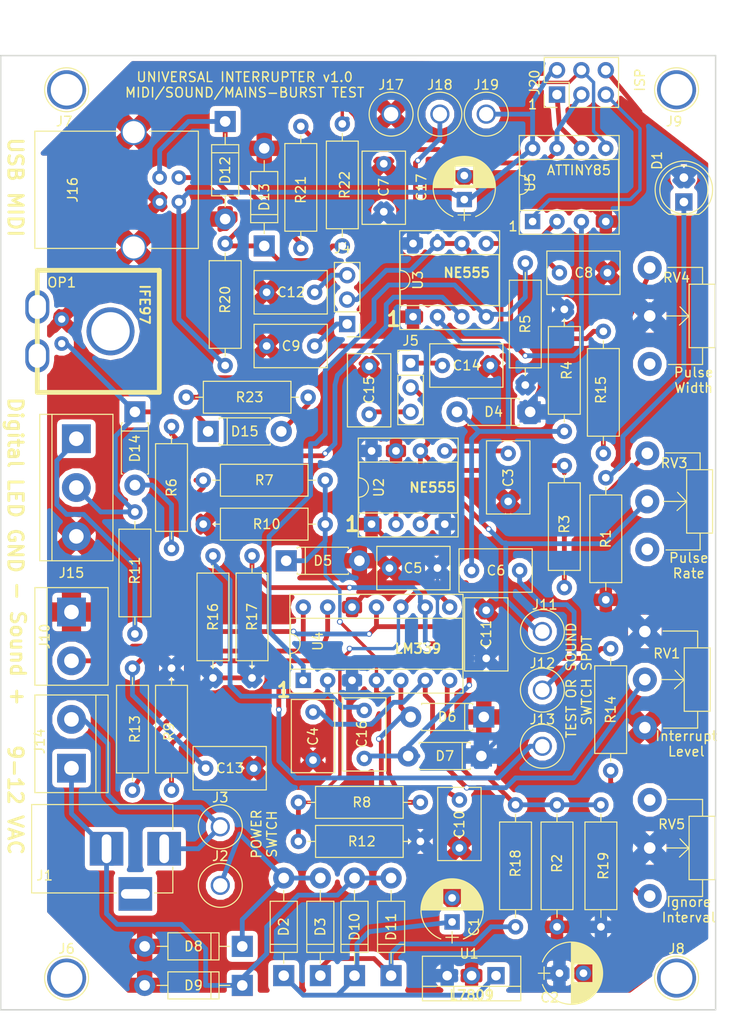
<source format=kicad_pcb>
(kicad_pcb (version 4) (host pcbnew 4.0.7)
  (layers (0 F.Cu signal) (31 B.Cu signal) (34 B.Paste user) (35 F.Paste user) (36 B.SilkS user) (37 F.SilkS user) (38 B.Mask user) (39 F.Mask user) (44 Edge.Cuts user))
  (net 0 "")
  (net 1 GND)
  (net 2 "Net-(D1-Pad1)")
  (net 3 +9V)
  (net 4 "Net-(C3-Pad1)")
  (net 5 "Net-(C4-Pad1)")
  (net 6 "Net-(C6-Pad1)")
  (net 7 "Net-(C6-Pad2)")
  (net 8 "Net-(C8-Pad1)")
  (net 9 "Net-(C9-Pad2)")
  (net 10 "Net-(R3-Pad1)")
  (net 11 "Net-(C10-Pad1)")
  (net 12 "Net-(D6-Pad2)")
  (net 13 "Net-(J10-Pad2)")
  (net 14 "Net-(J11-Pad1)")
  (net 15 "Net-(J13-Pad1)")
  (net 16 "Net-(J15-Pad1)")
  (net 17 "Net-(C13-Pad1)")
  (net 18 "Net-(R13-Pad2)")
  (net 19 "Net-(R14-Pad2)")
  (net 20 "Net-(R12-Pad2)")
  (net 21 "Net-(C15-Pad1)")
  (net 22 "Net-(R15-Pad1)")
  (net 23 "Net-(D2-Pad2)")
  (net 24 "Net-(C16-Pad1)")
  (net 25 "Net-(C16-Pad2)")
  (net 26 "Net-(C1-Pad1)")
  (net 27 "Net-(D11-Pad1)")
  (net 28 "Net-(D10-Pad2)")
  (net 29 "Net-(R18-Pad2)")
  (net 30 "Net-(R5-Pad2)")
  (net 31 "Net-(C12-Pad2)")
  (net 32 "Net-(J4-Pad2)")
  (net 33 "Net-(C14-Pad1)")
  (net 34 "Net-(J5-Pad2)")
  (net 35 +5V)
  (net 36 "Net-(D14-Pad1)")
  (net 37 "Net-(D14-Pad2)")
  (net 38 "Net-(D15-Pad2)")
  (net 39 "Net-(J1-Pad1)")
  (net 40 "Net-(D13-Pad1)")
  (net 41 "Net-(D12-Pad1)")
  (net 42 "Net-(J18-Pad1)")
  (net 43 "Net-(J20-Pad1)")
  (net 44 "Net-(J20-Pad3)")
  (net 45 "Net-(J20-Pad4)")
  (net 46 "Net-(J20-Pad5)")
  (net 47 "Net-(R23-Pad1)")
  (net 48 "Net-(R6-Pad2)")
  (module Pin_Headers:Pin_Header_Straight_2x03_Pitch2.54mm (layer F.Cu) (at 78.486 55.88 90)
    (fp_text reference J20 (at 1.27 -2.33 90) (layer F.SilkS))
    (fp_text value Conn_02x03_Odd_Even)
    (pad 1 thru_hole rect (at 0 0 90) (size 1.7 1.7) (drill 1) (layers *.Cu *.Mask) (net 43 "Net-(J20-Pad1)"))
    (pad 2 thru_hole oval (at 2.54 0 90) (size 1.7 1.7) (drill 1) (layers *.Cu *.Mask) (net 35 +5V))
    (pad 3 thru_hole oval (at 0 2.54 90) (size 1.7 1.7) (drill 1) (layers *.Cu *.Mask) (net 44 "Net-(J20-Pad3)"))
    (pad 4 thru_hole oval (at 2.54 2.54 90) (size 1.7 1.7) (drill 1) (layers *.Cu *.Mask) (net 45 "Net-(J20-Pad4)"))
    (pad 5 thru_hole oval (at 0 5.08 90) (size 1.7 1.7) (drill 1) (layers *.Cu *.Mask) (net 46 "Net-(J20-Pad5)"))
    (pad 6 thru_hole oval (at 2.54 5.08 90) (size 1.7 1.7) (drill 1) (layers *.Cu *.Mask) (net 1 GND))
  )
  (module lineinterrupter:IFE97 (layer F.Cu) (at 26.924 80.518 180)
    (fp_text reference OP1 (at 0 5.08 180) (layer F.SilkS))
    (fp_text value IFE97)
    (pad 4 thru_hole oval (at 2.54 -2.54 180) (size 2.5 3.5) (drill oval 1.8 2.5) (layers *.Cu *.Mask))
    (pad 1 thru_hole circle (at 0 1.27 180) (size 1.524 1.524) (drill 0.762) (layers *.Cu *.Mask) (net 1 GND))
    (pad 2 thru_hole circle (at 0 -1.27 180) (size 1.524 1.524) (drill 0.762) (layers *.Cu *.Mask) (net 36 "Net-(D14-Pad1)"))
    (pad 4 thru_hole oval (at 2.54 2.54 180) (size 2.5 3.5) (drill oval 1.8 2.5) (layers *.Cu *.Mask))
    (pad 5 thru_hole oval (at -5.08 0 180) (size 5 5) (drill oval 4) (layers *.Cu *.Mask))
  )
  (module LEDs:LED_D5.0mm (layer F.Cu) (at 91.694 67.056 90)
    (fp_text reference D1 (at 4.318 -2.794 90) (layer F.SilkS))
    (fp_text value LED)
    (pad 1 thru_hole rect (at 0 0 90) (size 1.8 1.8) (drill 0.9) (layers *.Cu *.Mask) (net 2 "Net-(D1-Pad1)"))
    (pad 2 thru_hole circle (at 2.54 0 90) (size 1.8 1.8) (drill 0.9) (layers *.Cu *.Mask) (net 3 +9V))
  )
  (module Capacitors_THT:C_Disc_D7.5mm_W4.4mm_P5.00mm (layer F.Cu) (at 53.086 120.142 270)
    (fp_text reference C4 (at 2.54 0 270) (layer F.SilkS))
    (fp_text value "0.1 uF")
    (pad 1 thru_hole circle (at 0 0 270) (size 1.6 1.6) (drill 0.8) (layers *.Cu *.Mask) (net 5 "Net-(C4-Pad1)"))
    (pad 2 thru_hole circle (at 5 0 270) (size 1.6 1.6) (drill 0.8) (layers *.Cu *.Mask) (net 1 GND))
  )
  (module Resistors_THT:R_Axial_DIN0309_L9.0mm_D3.2mm_P12.70mm_Horizontal (layer F.Cu) (at 64.262 133.604 180)
    (fp_text reference R12 (at 6.096 0 180) (layer F.SilkS))
    (fp_text value 10k)
    (pad 1 thru_hole circle (at 0 0 180) (size 1.6 1.6) (drill 0.8) (layers *.Cu *.Mask) (net 3 +9V))
    (pad 2 thru_hole oval (at 12.7 0 180) (size 1.6 1.6) (drill 0.8) (layers *.Cu *.Mask) (net 20 "Net-(R12-Pad2)"))
  )
  (module Potentiometers:Potentiometer_WirePads (layer F.Cu) (at 88.138 129.286)
    (fp_text reference RV5 (at 2.286 2.54) (layer F.SilkS))
    (fp_text value 50k)
    (pad 2 thru_hole circle (at 0 5) (size 2.5 2.5) (drill 1.2) (layers *.Cu *.Mask) (net 3 +9V))
    (pad 3 thru_hole circle (at 0 10) (size 2.5 2.5) (drill 1.2) (layers *.Cu *.Mask) (net 19 "Net-(R14-Pad2)"))
    (pad 1 thru_hole circle (at 0 0) (size 2.5 2.5) (drill 1.2) (layers *.Cu *.Mask))
  )
  (module Connectors:BARREL_JACK (layer F.Cu) (at 37.592 134.366)
    (fp_text reference J1 (at -12.446 2.794 180) (layer F.SilkS))
    (fp_text value Barrel_Jack)
    (pad 1 thru_hole rect (at 0 0) (size 3.5 3.5) (drill oval 1 3) (layers *.Cu *.Mask) (net 39 "Net-(J1-Pad1)"))
    (pad 2 thru_hole rect (at -6 0) (size 3.5 3.5) (drill oval 1 3) (layers *.Cu *.Mask) (net 28 "Net-(D10-Pad2)"))
    (pad 3 thru_hole rect (at -3 4.7) (size 3.5 3.5) (drill oval 3 1) (layers *.Cu *.Mask))
  )
  (module Connectors:1pin (layer F.Cu) (at 43.434 138.176)
    (fp_text reference J2 (at 0 -3.048) (layer F.SilkS))
    (fp_text value Conn_01x01)
    (pad 1 thru_hole circle (at 0 0) (size 2 2) (drill 1.5) (layers *.Cu *.Mask) (net 23 "Net-(D2-Pad2)"))
  )
  (module Connectors:1pin (layer F.Cu) (at 43.434 132.08)
    (fp_text reference J3 (at 0 -3.048) (layer F.SilkS))
    (fp_text value Conn_01x01)
    (pad 1 thru_hole circle (at 0 0) (size 2 2) (drill 1.5) (layers *.Cu *.Mask) (net 39 "Net-(J1-Pad1)"))
  )
  (module Resistors_THT:R_Axial_DIN0309_L9.0mm_D3.2mm_P12.70mm_Horizontal (layer F.Cu) (at 83.566 95.758 270)
    (fp_text reference R1 (at 6.35 0 270) (layer F.SilkS))
    (fp_text value 1k)
    (pad 1 thru_hole circle (at 0 0 270) (size 1.6 1.6) (drill 0.8) (layers *.Cu *.Mask) (net 2 "Net-(D1-Pad1)"))
    (pad 2 thru_hole oval (at 12.7 0 270) (size 1.6 1.6) (drill 0.8) (layers *.Cu *.Mask) (net 1 GND))
  )
  (module Resistors_THT:R_Axial_DIN0309_L9.0mm_D3.2mm_P12.70mm_Horizontal (layer F.Cu) (at 78.486 129.794 270)
    (fp_text reference R2 (at 6.096 0 270) (layer F.SilkS))
    (fp_text value 10k)
    (pad 1 thru_hole circle (at 0 0 270) (size 1.6 1.6) (drill 0.8) (layers *.Cu *.Mask) (net 29 "Net-(R18-Pad2)"))
    (pad 2 thru_hole oval (at 12.7 0 270) (size 1.6 1.6) (drill 0.8) (layers *.Cu *.Mask) (net 1 GND))
  )
  (module Resistors_THT:R_Axial_DIN0309_L9.0mm_D3.2mm_P12.70mm_Horizontal (layer F.Cu) (at 79.248 107.188 90)
    (fp_text reference R3 (at 6.604 0 90) (layer F.SilkS))
    (fp_text value 6.8k)
    (pad 1 thru_hole circle (at 0 0 90) (size 1.6 1.6) (drill 0.8) (layers *.Cu *.Mask) (net 10 "Net-(R3-Pad1)"))
    (pad 2 thru_hole oval (at 12.7 0 90) (size 1.6 1.6) (drill 0.8) (layers *.Cu *.Mask) (net 34 "Net-(J5-Pad2)"))
  )
  (module Resistors_THT:R_Axial_DIN0309_L9.0mm_D3.2mm_P12.70mm_Horizontal (layer F.Cu) (at 79.248 78.232 270)
    (fp_text reference R4 (at 6.35 -0.254 270) (layer F.SilkS))
    (fp_text value 1k)
    (pad 1 thru_hole circle (at 0 0 270) (size 1.6 1.6) (drill 0.8) (layers *.Cu *.Mask) (net 3 +9V))
    (pad 2 thru_hole oval (at 12.7 0 270) (size 1.6 1.6) (drill 0.8) (layers *.Cu *.Mask) (net 6 "Net-(C6-Pad1)"))
  )
  (module Resistors_THT:R_Axial_DIN0309_L9.0mm_D3.2mm_P12.70mm_Horizontal (layer F.Cu) (at 75.184 86.106 90)
    (fp_text reference R5 (at 6.35 0 90) (layer F.SilkS))
    (fp_text value 100k)
    (pad 1 thru_hole circle (at 0 0 90) (size 1.6 1.6) (drill 0.8) (layers *.Cu *.Mask) (net 3 +9V))
    (pad 2 thru_hole oval (at 12.7 0 90) (size 1.6 1.6) (drill 0.8) (layers *.Cu *.Mask) (net 30 "Net-(R5-Pad2)"))
  )
  (module Resistors_THT:R_Axial_DIN0309_L9.0mm_D3.2mm_P12.70mm_Horizontal (layer F.Cu) (at 38.354 103.124 90)
    (fp_text reference R6 (at 6.35 0 90) (layer F.SilkS))
    (fp_text value 220R)
    (pad 1 thru_hole circle (at 0 0 90) (size 1.6 1.6) (drill 0.8) (layers *.Cu *.Mask) (net 37 "Net-(D14-Pad2)"))
    (pad 2 thru_hole oval (at 12.7 0 90) (size 1.6 1.6) (drill 0.8) (layers *.Cu *.Mask) (net 48 "Net-(R6-Pad2)"))
  )
  (module Potentiometers:Potentiometer_WirePads (layer F.Cu) (at 87.63 111.76)
    (fp_text reference RV1 (at 2.286 2.286) (layer F.SilkS))
    (fp_text value 50k)
    (pad 2 thru_hole circle (at 0 5) (size 2.5 2.5) (drill 1.2) (layers *.Cu *.Mask) (net 5 "Net-(C4-Pad1)"))
    (pad 3 thru_hole circle (at 0 10) (size 2.5 2.5) (drill 1.2) (layers *.Cu *.Mask) (net 1 GND))
    (pad 1 thru_hole circle (at 0 0) (size 2.5 2.5) (drill 1.2) (layers *.Cu *.Mask) (net 3 +9V))
  )
  (module Potentiometers:Potentiometer_WirePads (layer F.Cu) (at 87.884 93.218)
    (fp_text reference RV3 (at 2.794 1.016) (layer F.SilkS))
    (fp_text value 50k)
    (pad 2 thru_hole circle (at 0 5) (size 2.5 2.5) (drill 1.2) (layers *.Cu *.Mask) (net 14 "Net-(J11-Pad1)"))
    (pad 3 thru_hole circle (at 0 10) (size 2.5 2.5) (drill 1.2) (layers *.Cu *.Mask))
    (pad 1 thru_hole circle (at 0 0) (size 2.5 2.5) (drill 1.2) (layers *.Cu *.Mask) (net 10 "Net-(R3-Pad1)"))
  )
  (module Potentiometers:Potentiometer_WirePads (layer F.Cu) (at 88.138 73.914)
    (fp_text reference RV4 (at 2.794 1.016) (layer F.SilkS))
    (fp_text value 5k)
    (pad 2 thru_hole circle (at 0 5) (size 2.5 2.5) (drill 1.2) (layers *.Cu *.Mask) (net 3 +9V))
    (pad 3 thru_hole circle (at 0 10) (size 2.5 2.5) (drill 1.2) (layers *.Cu *.Mask))
    (pad 1 thru_hole circle (at 0 0) (size 2.5 2.5) (drill 1.2) (layers *.Cu *.Mask) (net 22 "Net-(R15-Pad1)"))
  )
  (module Housings_DIP:DIP-8_W7.62mm_Socket (layer F.Cu) (at 59.182 100.584 90)
    (fp_text reference U2 (at 3.81 0.762 90) (layer F.SilkS))
    (fp_text value NE555)
    (pad 1 thru_hole rect (at 0 0 90) (size 1.6 1.6) (drill 0.8) (layers *.Cu *.Mask) (net 1 GND))
    (pad 5 thru_hole oval (at 7.62 7.62 90) (size 1.6 1.6) (drill 0.8) (layers *.Cu *.Mask) (net 4 "Net-(C3-Pad1)"))
    (pad 2 thru_hole oval (at 0 2.54 90) (size 1.6 1.6) (drill 0.8) (layers *.Cu *.Mask) (net 34 "Net-(J5-Pad2)"))
    (pad 6 thru_hole oval (at 7.62 5.08 90) (size 1.6 1.6) (drill 0.8) (layers *.Cu *.Mask) (net 34 "Net-(J5-Pad2)"))
    (pad 3 thru_hole oval (at 0 5.08 90) (size 1.6 1.6) (drill 0.8) (layers *.Cu *.Mask) (net 14 "Net-(J11-Pad1)"))
    (pad 7 thru_hole oval (at 7.62 2.54 90) (size 1.6 1.6) (drill 0.8) (layers *.Cu *.Mask) (net 1 GND))
    (pad 4 thru_hole oval (at 0 7.62 90) (size 1.6 1.6) (drill 0.8) (layers *.Cu *.Mask) (net 3 +9V))
    (pad 8 thru_hole oval (at 7.62 0 90) (size 1.6 1.6) (drill 0.8) (layers *.Cu *.Mask) (net 3 +9V))
  )
  (module Housings_DIP:DIP-8_W7.62mm_Socket (layer F.Cu) (at 63.5 78.994 90)
    (fp_text reference U3 (at 3.81 0.508 90) (layer F.SilkS))
    (fp_text value NE555)
    (pad 1 thru_hole rect (at 0 0 90) (size 1.6 1.6) (drill 0.8) (layers *.Cu *.Mask) (net 1 GND))
    (pad 5 thru_hole oval (at 7.62 7.62 90) (size 1.6 1.6) (drill 0.8) (layers *.Cu *.Mask) (net 8 "Net-(C8-Pad1)"))
    (pad 2 thru_hole oval (at 0 2.54 90) (size 1.6 1.6) (drill 0.8) (layers *.Cu *.Mask) (net 6 "Net-(C6-Pad1)"))
    (pad 6 thru_hole oval (at 7.62 5.08 90) (size 1.6 1.6) (drill 0.8) (layers *.Cu *.Mask) (net 32 "Net-(J4-Pad2)"))
    (pad 3 thru_hole oval (at 0 5.08 90) (size 1.6 1.6) (drill 0.8) (layers *.Cu *.Mask) (net 48 "Net-(R6-Pad2)"))
    (pad 7 thru_hole oval (at 7.62 2.54 90) (size 1.6 1.6) (drill 0.8) (layers *.Cu *.Mask) (net 32 "Net-(J4-Pad2)"))
    (pad 4 thru_hole oval (at 0 7.62 90) (size 1.6 1.6) (drill 0.8) (layers *.Cu *.Mask) (net 30 "Net-(R5-Pad2)"))
    (pad 8 thru_hole oval (at 7.62 0 90) (size 1.6 1.6) (drill 0.8) (layers *.Cu *.Mask) (net 3 +9V))
  )
  (module Connectors:1pin (layer F.Cu) (at 27.432 147.828)
    (fp_text reference J6 (at 0 -3.048) (layer F.SilkS))
    (fp_text value Conn_01x01)
    (pad 1 thru_hole circle (at 0 0) (size 4.064 4.064) (drill 3.3) (layers *.Cu *.Mask))
  )
  (module Connectors:1pin (layer F.Cu) (at 27.432 55.372)
    (fp_text reference J7 (at -0.254 3.302) (layer F.SilkS))
    (fp_text value Conn_01x01)
    (pad 1 thru_hole circle (at 0 0) (size 4.064 4.064) (drill 3.3) (layers *.Cu *.Mask))
  )
  (module Connectors:1pin (layer F.Cu) (at 90.932 147.828)
    (fp_text reference J8 (at 0 -3.048) (layer F.SilkS))
    (fp_text value Conn_01x01)
    (pad 1 thru_hole circle (at 0 0) (size 4.064 4.064) (drill 3.3) (layers *.Cu *.Mask))
  )
  (module Connectors:1pin (layer F.Cu) (at 90.932 55.372)
    (fp_text reference J9 (at -0.254 3.302) (layer F.SilkS))
    (fp_text value Conn_01x01)
    (pad 1 thru_hole circle (at 0 0) (size 4.064 4.064) (drill 3.3) (layers *.Cu *.Mask))
  )
  (module Connectors_Terminal_Blocks:TerminalBlock_bornier-2_P5.08mm (layer F.Cu) (at 27.94 109.728 270)
    (fp_text reference J10 (at 2.54 2.794 450) (layer F.SilkS))
    (fp_text value Conn_01x02)
    (pad 1 thru_hole rect (at 0 0 270) (size 3 3) (drill 1.52) (layers *.Cu *.Mask) (net 1 GND))
    (pad 2 thru_hole circle (at 5.08 0 270) (size 3 3) (drill 1.52) (layers *.Cu *.Mask) (net 13 "Net-(J10-Pad2)"))
  )
  (module Connectors:1pin (layer F.Cu) (at 76.962 111.76)
    (fp_text reference J11 (at 0.254 -2.794) (layer F.SilkS))
    (fp_text value Conn_01x01)
    (pad 1 thru_hole circle (at 0 0) (size 2 2) (drill 1.5) (layers *.Cu *.Mask) (net 14 "Net-(J11-Pad1)"))
  )
  (module Connectors:1pin (layer F.Cu) (at 76.962 117.856)
    (fp_text reference J12 (at 0 -2.794) (layer F.SilkS))
    (fp_text value Conn_01x01)
    (pad 1 thru_hole circle (at 0 0) (size 2 2) (drill 1.5) (layers *.Cu *.Mask) (net 7 "Net-(C6-Pad2)"))
  )
  (module Connectors:1pin (layer F.Cu) (at 76.962 123.698)
    (fp_text reference J13 (at 0 -2.794) (layer F.SilkS))
    (fp_text value Conn_01x01)
    (pad 1 thru_hole circle (at 0 0) (size 2 2) (drill 1.5) (layers *.Cu *.Mask) (net 15 "Net-(J13-Pad1)"))
  )
  (module Resistors_THT:R_Axial_DIN0309_L9.0mm_D3.2mm_P12.70mm_Horizontal (layer F.Cu) (at 54.356 96.012 180)
    (fp_text reference R7 (at 6.35 0 180) (layer F.SilkS))
    (fp_text value 2.2k)
    (pad 1 thru_hole circle (at 0 0 180) (size 1.6 1.6) (drill 0.8) (layers *.Cu *.Mask) (net 11 "Net-(C10-Pad1)"))
    (pad 2 thru_hole oval (at 12.7 0 180) (size 1.6 1.6) (drill 0.8) (layers *.Cu *.Mask) (net 13 "Net-(J10-Pad2)"))
  )
  (module Resistors_THT:R_Axial_DIN0309_L9.0mm_D3.2mm_P12.70mm_Horizontal (layer F.Cu) (at 51.562 129.54)
    (fp_text reference R8 (at 6.604 0) (layer F.SilkS))
    (fp_text value 10k)
    (pad 1 thru_hole circle (at 0 0) (size 1.6 1.6) (drill 0.8) (layers *.Cu *.Mask) (net 20 "Net-(R12-Pad2)"))
    (pad 2 thru_hole oval (at 12.7 0) (size 1.6 1.6) (drill 0.8) (layers *.Cu *.Mask) (net 12 "Net-(D6-Pad2)"))
  )
  (module Resistors_THT:R_Axial_DIN0309_L9.0mm_D3.2mm_P12.70mm_Horizontal (layer F.Cu) (at 38.354 115.57 270)
    (fp_text reference R9 (at 6.604 0.254 270) (layer F.SilkS))
    (fp_text value 10k)
    (pad 1 thru_hole circle (at 0 0 270) (size 1.6 1.6) (drill 0.8) (layers *.Cu *.Mask) (net 3 +9V))
    (pad 2 thru_hole oval (at 12.7 0 270) (size 1.6 1.6) (drill 0.8) (layers *.Cu *.Mask) (net 15 "Net-(J13-Pad1)"))
  )
  (module Resistors_THT:R_Axial_DIN0309_L9.0mm_D3.2mm_P12.70mm_Horizontal (layer F.Cu) (at 41.656 100.584)
    (fp_text reference R10 (at 6.604 0) (layer F.SilkS))
    (fp_text value 1M)
    (pad 1 thru_hole circle (at 0 0) (size 1.6 1.6) (drill 0.8) (layers *.Cu *.Mask) (net 1 GND))
    (pad 2 thru_hole oval (at 12.7 0) (size 1.6 1.6) (drill 0.8) (layers *.Cu *.Mask) (net 11 "Net-(C10-Pad1)"))
  )
  (module Connectors_Terminal_Blocks:TerminalBlock_bornier-2_P5.08mm (layer F.Cu) (at 27.94 125.984 90)
    (fp_text reference J14 (at 2.794 -3.302 90) (layer F.SilkS))
    (fp_text value Conn_01x02)
    (pad 1 thru_hole rect (at 0 0 90) (size 3 3) (drill 1.52) (layers *.Cu *.Mask) (net 28 "Net-(D10-Pad2)"))
    (pad 2 thru_hole circle (at 5.08 0 90) (size 3 3) (drill 1.52) (layers *.Cu *.Mask) (net 39 "Net-(J1-Pad1)"))
  )
  (module Housings_DIP:DIP-14_W7.62mm_Socket (layer F.Cu) (at 52.07 116.84 90)
    (fp_text reference U4 (at 4.064 1.524 90) (layer F.SilkS))
    (fp_text value LM339)
    (pad 1 thru_hole rect (at 0 0 90) (size 1.6 1.6) (drill 0.8) (layers *.Cu *.Mask) (net 30 "Net-(R5-Pad2)"))
    (pad 8 thru_hole oval (at 7.62 15.24 90) (size 1.6 1.6) (drill 0.8) (layers *.Cu *.Mask) (net 20 "Net-(R12-Pad2)"))
    (pad 2 thru_hole oval (at 0 2.54 90) (size 1.6 1.6) (drill 0.8) (layers *.Cu *.Mask) (net 25 "Net-(C16-Pad2)"))
    (pad 9 thru_hole oval (at 7.62 12.7 90) (size 1.6 1.6) (drill 0.8) (layers *.Cu *.Mask) (net 24 "Net-(C16-Pad1)"))
    (pad 3 thru_hole oval (at 0 5.08 90) (size 1.6 1.6) (drill 0.8) (layers *.Cu *.Mask) (net 3 +9V))
    (pad 10 thru_hole oval (at 7.62 10.16 90) (size 1.6 1.6) (drill 0.8) (layers *.Cu *.Mask) (net 20 "Net-(R12-Pad2)"))
    (pad 4 thru_hole oval (at 0 7.62 90) (size 1.6 1.6) (drill 0.8) (layers *.Cu *.Mask) (net 11 "Net-(C10-Pad1)"))
    (pad 11 thru_hole oval (at 7.62 7.62 90) (size 1.6 1.6) (drill 0.8) (layers *.Cu *.Mask) (net 17 "Net-(C13-Pad1)"))
    (pad 5 thru_hole oval (at 0 10.16 90) (size 1.6 1.6) (drill 0.8) (layers *.Cu *.Mask) (net 12 "Net-(D6-Pad2)"))
    (pad 12 thru_hole oval (at 7.62 5.08 90) (size 1.6 1.6) (drill 0.8) (layers *.Cu *.Mask) (net 1 GND))
    (pad 6 thru_hole oval (at 0 12.7 90) (size 1.6 1.6) (drill 0.8) (layers *.Cu *.Mask) (net 5 "Net-(C4-Pad1)"))
    (pad 13 thru_hole oval (at 7.62 2.54 90) (size 1.6 1.6) (drill 0.8) (layers *.Cu *.Mask) (net 15 "Net-(J13-Pad1)"))
    (pad 7 thru_hole oval (at 0 15.24 90) (size 1.6 1.6) (drill 0.8) (layers *.Cu *.Mask) (net 29 "Net-(R18-Pad2)"))
    (pad 14 thru_hole oval (at 7.62 0 90) (size 1.6 1.6) (drill 0.8) (layers *.Cu *.Mask) (net 18 "Net-(R13-Pad2)"))
  )
  (module Resistors_THT:R_Axial_DIN0309_L9.0mm_D3.2mm_P12.70mm_Horizontal (layer F.Cu) (at 34.544 112.014 90)
    (fp_text reference R11 (at 6.604 0 90) (layer F.SilkS))
    (fp_text value 1k)
    (pad 1 thru_hole circle (at 0 0 90) (size 1.6 1.6) (drill 0.8) (layers *.Cu *.Mask) (net 16 "Net-(J15-Pad1)"))
    (pad 2 thru_hole oval (at 12.7 0 90) (size 1.6 1.6) (drill 0.8) (layers *.Cu *.Mask) (net 36 "Net-(D14-Pad1)"))
  )
  (module Connectors_Terminal_Blocks:TerminalBlock_bornier-3_P5.08mm (layer F.Cu) (at 28.448 91.694 270)
    (fp_text reference J15 (at 13.97 0.508 360) (layer F.SilkS))
    (fp_text value Conn_01x03)
    (pad 1 thru_hole rect (at 0 0 270) (size 3 3) (drill 1.52) (layers *.Cu *.Mask) (net 16 "Net-(J15-Pad1)"))
    (pad 2 thru_hole circle (at 5.08 0 270) (size 3 3) (drill 1.52) (layers *.Cu *.Mask) (net 36 "Net-(D14-Pad1)"))
    (pad 3 thru_hole circle (at 10.16 0 270) (size 3 3) (drill 1.52) (layers *.Cu *.Mask) (net 1 GND))
  )
  (module Capacitors_THT:C_Disc_D7.5mm_W4.4mm_P5.00mm (layer F.Cu) (at 73.406 93.218 270)
    (fp_text reference C3 (at 2.54 0 270) (layer F.SilkS))
    (fp_text value "0.01 uF")
    (pad 1 thru_hole circle (at 0 0 270) (size 1.6 1.6) (drill 0.8) (layers *.Cu *.Mask) (net 4 "Net-(C3-Pad1)"))
    (pad 2 thru_hole circle (at 5 0 270) (size 1.6 1.6) (drill 0.8) (layers *.Cu *.Mask) (net 1 GND))
  )
  (module Capacitors_THT:C_Disc_D7.5mm_W4.4mm_P5.00mm (layer F.Cu) (at 66.04 105.156 180)
    (fp_text reference C5 (at 2.54 0 180) (layer F.SilkS))
    (fp_text value "0.1 uF")
    (pad 1 thru_hole circle (at 0 0 180) (size 1.6 1.6) (drill 0.8) (layers *.Cu *.Mask) (net 3 +9V))
    (pad 2 thru_hole circle (at 5 0 180) (size 1.6 1.6) (drill 0.8) (layers *.Cu *.Mask) (net 1 GND))
  )
  (module Capacitors_THT:C_Disc_D7.5mm_W4.4mm_P5.00mm (layer F.Cu) (at 69.596 105.41)
    (fp_text reference C6 (at 2.54 0) (layer F.SilkS))
    (fp_text value "0.01 uF")
    (pad 1 thru_hole circle (at 0 0) (size 1.6 1.6) (drill 0.8) (layers *.Cu *.Mask) (net 6 "Net-(C6-Pad1)"))
    (pad 2 thru_hole circle (at 5 0) (size 1.6 1.6) (drill 0.8) (layers *.Cu *.Mask) (net 7 "Net-(C6-Pad2)"))
  )
  (module Capacitors_THT:C_Disc_D7.5mm_W4.4mm_P5.00mm (layer F.Cu) (at 60.452 68.072 90)
    (fp_text reference C7 (at 2.54 0 90) (layer F.SilkS))
    (fp_text value "0.1 uF")
    (pad 1 thru_hole circle (at 0 0 90) (size 1.6 1.6) (drill 0.8) (layers *.Cu *.Mask) (net 3 +9V))
    (pad 2 thru_hole circle (at 5 0 90) (size 1.6 1.6) (drill 0.8) (layers *.Cu *.Mask) (net 1 GND))
  )
  (module Capacitors_THT:C_Disc_D7.5mm_W4.4mm_P5.00mm (layer F.Cu) (at 78.74 74.422)
    (fp_text reference C8 (at 2.54 0) (layer F.SilkS))
    (fp_text value "0.01 uF")
    (pad 1 thru_hole circle (at 0 0) (size 1.6 1.6) (drill 0.8) (layers *.Cu *.Mask) (net 8 "Net-(C8-Pad1)"))
    (pad 2 thru_hole circle (at 5 0) (size 1.6 1.6) (drill 0.8) (layers *.Cu *.Mask) (net 1 GND))
  )
  (module Capacitors_THT:C_Disc_D7.5mm_W4.4mm_P5.00mm (layer F.Cu) (at 48.26 82.042)
    (fp_text reference C9 (at 2.54 0) (layer F.SilkS))
    (fp_text value "47 nF")
    (pad 1 thru_hole circle (at 0 0) (size 1.6 1.6) (drill 0.8) (layers *.Cu *.Mask) (net 1 GND))
    (pad 2 thru_hole circle (at 5 0) (size 1.6 1.6) (drill 0.8) (layers *.Cu *.Mask) (net 9 "Net-(C9-Pad2)"))
  )
  (module Capacitors_THT:C_Disc_D7.5mm_W4.4mm_P5.00mm (layer F.Cu) (at 68.326 129.286 270)
    (fp_text reference C10 (at 2.54 0 270) (layer F.SilkS))
    (fp_text value "0.1 uF")
    (pad 1 thru_hole circle (at 0 0 270) (size 1.6 1.6) (drill 0.8) (layers *.Cu *.Mask) (net 11 "Net-(C10-Pad1)"))
    (pad 2 thru_hole circle (at 5 0 270) (size 1.6 1.6) (drill 0.8) (layers *.Cu *.Mask) (net 1 GND))
  )
  (module Capacitors_THT:C_Disc_D7.5mm_W4.4mm_P5.00mm (layer F.Cu) (at 41.91 125.984)
    (fp_text reference C13 (at 2.54 0) (layer F.SilkS))
    (fp_text value "0.1 uF")
    (pad 1 thru_hole circle (at 0 0) (size 1.6 1.6) (drill 0.8) (layers *.Cu *.Mask) (net 17 "Net-(C13-Pad1)"))
    (pad 2 thru_hole circle (at 5 0) (size 1.6 1.6) (drill 0.8) (layers *.Cu *.Mask) (net 1 GND))
  )
  (module Resistors_THT:R_Axial_DIN0309_L9.0mm_D3.2mm_P12.70mm_Horizontal (layer F.Cu) (at 34.29 115.57 270)
    (fp_text reference R13 (at 6.35 -0.254 270) (layer F.SilkS))
    (fp_text value 100)
    (pad 1 thru_hole circle (at 0 0 270) (size 1.6 1.6) (drill 0.8) (layers *.Cu *.Mask) (net 17 "Net-(C13-Pad1)"))
    (pad 2 thru_hole oval (at 12.7 0 270) (size 1.6 1.6) (drill 0.8) (layers *.Cu *.Mask) (net 18 "Net-(R13-Pad2)"))
  )
  (module Capacitors_THT:C_Disc_D7.5mm_W4.4mm_P5.00mm (layer F.Cu) (at 71.12 114.554 90)
    (fp_text reference C11 (at 2.54 0 90) (layer F.SilkS))
    (fp_text value "0.1 uF")
    (pad 1 thru_hole circle (at 0 0 90) (size 1.6 1.6) (drill 0.8) (layers *.Cu *.Mask) (net 3 +9V))
    (pad 2 thru_hole circle (at 5 0 90) (size 1.6 1.6) (drill 0.8) (layers *.Cu *.Mask) (net 1 GND))
  )
  (module Resistors_THT:R_Axial_DIN0309_L9.0mm_D3.2mm_P12.70mm_Horizontal (layer F.Cu) (at 84.074 113.538 270)
    (fp_text reference R14 (at 6.35 0 270) (layer F.SilkS))
    (fp_text value 1k)
    (pad 1 thru_hole circle (at 0 0 270) (size 1.6 1.6) (drill 0.8) (layers *.Cu *.Mask) (net 17 "Net-(C13-Pad1)"))
    (pad 2 thru_hole oval (at 12.7 0 270) (size 1.6 1.6) (drill 0.8) (layers *.Cu *.Mask) (net 19 "Net-(R14-Pad2)"))
  )
  (module Capacitors_THT:C_Disc_D7.5mm_W4.4mm_P5.00mm (layer F.Cu) (at 58.928 89.154 90)
    (fp_text reference C15 (at 2.54 0 90) (layer F.SilkS))
    (fp_text value "0.1 uF")
    (pad 1 thru_hole circle (at 0 0 90) (size 1.6 1.6) (drill 0.8) (layers *.Cu *.Mask) (net 21 "Net-(C15-Pad1)"))
    (pad 2 thru_hole circle (at 5 0 90) (size 1.6 1.6) (drill 0.8) (layers *.Cu *.Mask) (net 1 GND))
  )
  (module Resistors_THT:R_Axial_DIN0309_L9.0mm_D3.2mm_P12.70mm_Horizontal (layer F.Cu) (at 83.312 93.218 90)
    (fp_text reference R15 (at 6.604 -0.254 90) (layer F.SilkS))
    (fp_text value 220R)
    (pad 1 thru_hole circle (at 0 0 90) (size 1.6 1.6) (drill 0.8) (layers *.Cu *.Mask) (net 22 "Net-(R15-Pad1)"))
    (pad 2 thru_hole oval (at 12.7 0 90) (size 1.6 1.6) (drill 0.8) (layers *.Cu *.Mask) (net 32 "Net-(J4-Pad2)"))
  )
  (module Capacitors_THT:C_Disc_D7.5mm_W4.4mm_P5.00mm (layer F.Cu) (at 58.42 124.968 90)
    (fp_text reference C16 (at 2.54 -0.254 90) (layer F.SilkS))
    (fp_text value "10 nF")
    (pad 1 thru_hole circle (at 0 0 90) (size 1.6 1.6) (drill 0.8) (layers *.Cu *.Mask) (net 24 "Net-(C16-Pad1)"))
    (pad 2 thru_hole circle (at 5 0 90) (size 1.6 1.6) (drill 0.8) (layers *.Cu *.Mask) (net 25 "Net-(C16-Pad2)"))
  )
  (module Resistors_THT:R_Axial_DIN0309_L9.0mm_D3.2mm_P12.70mm_Horizontal (layer F.Cu) (at 42.672 116.586 90)
    (fp_text reference R16 (at 6.35 0 90) (layer F.SilkS))
    (fp_text value 10k)
    (pad 1 thru_hole circle (at 0 0 90) (size 1.6 1.6) (drill 0.8) (layers *.Cu *.Mask) (net 3 +9V))
    (pad 2 thru_hole oval (at 12.7 0 90) (size 1.6 1.6) (drill 0.8) (layers *.Cu *.Mask) (net 25 "Net-(C16-Pad2)"))
  )
  (module Resistors_THT:R_Axial_DIN0309_L9.0mm_D3.2mm_P12.70mm_Horizontal (layer F.Cu) (at 46.736 116.586 90)
    (fp_text reference R17 (at 6.35 0 90) (layer F.SilkS))
    (fp_text value 10k)
    (pad 1 thru_hole circle (at 0 0 90) (size 1.6 1.6) (drill 0.8) (layers *.Cu *.Mask) (net 3 +9V))
    (pad 2 thru_hole oval (at 12.7 0 90) (size 1.6 1.6) (drill 0.8) (layers *.Cu *.Mask) (net 24 "Net-(C16-Pad1)"))
  )
  (module Diodes_THT:D_DO-41_SOD81_P7.62mm_Horizontal (layer F.Cu) (at 75.692 88.9 180)
    (fp_text reference D4 (at 3.81 0 180) (layer F.SilkS))
    (fp_text value 1N4148)
    (pad 1 thru_hole rect (at 0 0 180) (size 2.2 2.2) (drill 1.1) (layers *.Cu *.Mask) (net 3 +9V))
    (pad 2 thru_hole oval (at 7.62 0 180) (size 2.2 2.2) (drill 1.1) (layers *.Cu *.Mask) (net 6 "Net-(C6-Pad1)"))
  )
  (module Diodes_THT:D_DO-41_SOD81_P7.62mm_Horizontal (layer F.Cu) (at 50.292 104.394)
    (fp_text reference D5 (at 3.81 0) (layer F.SilkS))
    (fp_text value 1N4148)
    (pad 1 thru_hole rect (at 0 0) (size 2.2 2.2) (drill 1.1) (layers *.Cu *.Mask) (net 11 "Net-(C10-Pad1)"))
    (pad 2 thru_hole oval (at 7.62 0) (size 2.2 2.2) (drill 1.1) (layers *.Cu *.Mask) (net 1 GND))
  )
  (module Diodes_THT:D_DO-41_SOD81_P7.62mm_Horizontal (layer F.Cu) (at 70.866 120.65 180)
    (fp_text reference D6 (at 3.81 0 180) (layer F.SilkS))
    (fp_text value 1N5819)
    (pad 1 thru_hole rect (at 0 0 180) (size 2.2 2.2) (drill 1.1) (layers *.Cu *.Mask) (net 1 GND))
    (pad 2 thru_hole oval (at 7.62 0 180) (size 2.2 2.2) (drill 1.1) (layers *.Cu *.Mask) (net 12 "Net-(D6-Pad2)"))
  )
  (module Diodes_THT:D_DO-41_SOD81_P7.62mm_Horizontal (layer F.Cu) (at 70.612 124.714 180)
    (fp_text reference D7 (at 3.81 0 180) (layer F.SilkS))
    (fp_text value 1N4148)
    (pad 1 thru_hole rect (at 0 0 180) (size 2.2 2.2) (drill 1.1) (layers *.Cu *.Mask) (net 3 +9V))
    (pad 2 thru_hole oval (at 7.62 0 180) (size 2.2 2.2) (drill 1.1) (layers *.Cu *.Mask) (net 24 "Net-(C16-Pad1)"))
  )
  (module Diodes_THT:D_DO-41_SOD81_P10.16mm_Horizontal (layer F.Cu) (at 50.038 147.574 90)
    (fp_text reference D2 (at 5.08 0 90) (layer F.SilkS))
    (fp_text value 1N4007)
    (pad 1 thru_hole rect (at 0 0 90) (size 2.2 2.2) (drill 1.1) (layers *.Cu *.Mask) (net 26 "Net-(C1-Pad1)"))
    (pad 2 thru_hole oval (at 10.16 0 90) (size 2.2 2.2) (drill 1.1) (layers *.Cu *.Mask) (net 23 "Net-(D2-Pad2)"))
  )
  (module Diodes_THT:D_DO-41_SOD81_P10.16mm_Horizontal (layer F.Cu) (at 53.848 147.574 90)
    (fp_text reference D3 (at 5.08 0 90) (layer F.SilkS))
    (fp_text value 1N4007)
    (pad 1 thru_hole rect (at 0 0 90) (size 2.2 2.2) (drill 1.1) (layers *.Cu *.Mask) (net 27 "Net-(D11-Pad1)"))
    (pad 2 thru_hole oval (at 10.16 0 90) (size 2.2 2.2) (drill 1.1) (layers *.Cu *.Mask) (net 23 "Net-(D2-Pad2)"))
  )
  (module Diodes_THT:D_DO-41_SOD81_P10.16mm_Horizontal (layer F.Cu) (at 45.72 144.526 180)
    (fp_text reference D8 (at 5.08 0 180) (layer F.SilkS))
    (fp_text value 1N4007)
    (pad 1 thru_hole rect (at 0 0 180) (size 2.2 2.2) (drill 1.1) (layers *.Cu *.Mask) (net 23 "Net-(D2-Pad2)"))
    (pad 2 thru_hole oval (at 10.16 0 180) (size 2.2 2.2) (drill 1.1) (layers *.Cu *.Mask) (net 1 GND))
  )
  (module Diodes_THT:D_DO-41_SOD81_P10.16mm_Horizontal (layer F.Cu) (at 45.72 148.59 180)
    (fp_text reference D9 (at 5.08 0 180) (layer F.SilkS))
    (fp_text value 1N4007)
    (pad 1 thru_hole rect (at 0 0 180) (size 2.2 2.2) (drill 1.1) (layers *.Cu *.Mask) (net 28 "Net-(D10-Pad2)"))
    (pad 2 thru_hole oval (at 10.16 0 180) (size 2.2 2.2) (drill 1.1) (layers *.Cu *.Mask) (net 1 GND))
  )
  (module Diodes_THT:D_DO-41_SOD81_P10.16mm_Horizontal (layer F.Cu) (at 57.404 147.574 90)
    (fp_text reference D10 (at 5.08 0 90) (layer F.SilkS))
    (fp_text value 1N4007)
    (pad 1 thru_hole rect (at 0 0 90) (size 2.2 2.2) (drill 1.1) (layers *.Cu *.Mask) (net 26 "Net-(C1-Pad1)"))
    (pad 2 thru_hole oval (at 10.16 0 90) (size 2.2 2.2) (drill 1.1) (layers *.Cu *.Mask) (net 28 "Net-(D10-Pad2)"))
  )
  (module Diodes_THT:D_DO-41_SOD81_P10.16mm_Horizontal (layer F.Cu) (at 61.214 147.574 90)
    (fp_text reference D11 (at 5.08 0 90) (layer F.SilkS))
    (fp_text value 1N4007)
    (pad 1 thru_hole rect (at 0 0 90) (size 2.2 2.2) (drill 1.1) (layers *.Cu *.Mask) (net 27 "Net-(D11-Pad1)"))
    (pad 2 thru_hole oval (at 10.16 0 90) (size 2.2 2.2) (drill 1.1) (layers *.Cu *.Mask) (net 28 "Net-(D10-Pad2)"))
  )
  (module Resistors_THT:R_Axial_DIN0309_L9.0mm_D3.2mm_P12.70mm_Horizontal (layer F.Cu) (at 74.168 142.494 90)
    (fp_text reference R18 (at 6.604 0 90) (layer F.SilkS))
    (fp_text value 22k)
    (pad 1 thru_hole circle (at 0 0 90) (size 1.6 1.6) (drill 0.8) (layers *.Cu *.Mask) (net 27 "Net-(D11-Pad1)"))
    (pad 2 thru_hole oval (at 12.7 0 90) (size 1.6 1.6) (drill 0.8) (layers *.Cu *.Mask) (net 29 "Net-(R18-Pad2)"))
  )
  (module Resistors_THT:R_Axial_DIN0309_L9.0mm_D3.2mm_P12.70mm_Horizontal (layer F.Cu) (at 83.058 129.794 270)
    (fp_text reference R19 (at 6.35 -0.254 270) (layer F.SilkS))
    (fp_text value 10k)
    (pad 1 thru_hole circle (at 0 0 270) (size 1.6 1.6) (drill 0.8) (layers *.Cu *.Mask) (net 29 "Net-(R18-Pad2)"))
    (pad 2 thru_hole oval (at 12.7 0 270) (size 1.6 1.6) (drill 0.8) (layers *.Cu *.Mask) (net 3 +9V))
  )
  (module TO_SOT_Packages_THT:TO-220-3_Vertical (layer F.Cu) (at 72.136 147.574 180)
    (fp_text reference U1 (at 2.794 2.286 180) (layer F.SilkS))
    (fp_text value L7809)
    (pad 1 thru_hole rect (at 0 0 180) (size 1.8 1.8) (drill 1) (layers *.Cu *.Mask) (net 26 "Net-(C1-Pad1)"))
    (pad 2 thru_hole oval (at 2.54 0 180) (size 1.8 1.8) (drill 1) (layers *.Cu *.Mask) (net 1 GND))
    (pad 3 thru_hole oval (at 5.08 0 180) (size 1.8 1.8) (drill 1) (layers *.Cu *.Mask) (net 3 +9V))
  )
  (module Capacitors_THT:C_Disc_D7.5mm_W4.4mm_P5.00mm (layer F.Cu) (at 48.26 76.454)
    (fp_text reference C12 (at 2.54 0) (layer F.SilkS))
    (fp_text value "470 nF")
    (pad 1 thru_hole circle (at 0 0) (size 1.6 1.6) (drill 0.8) (layers *.Cu *.Mask) (net 1 GND))
    (pad 2 thru_hole circle (at 5 0) (size 1.6 1.6) (drill 0.8) (layers *.Cu *.Mask) (net 31 "Net-(C12-Pad2)"))
  )
  (module Pin_Headers:Pin_Header_Straight_1x03_Pitch2.54mm (layer F.Cu) (at 56.642 79.756 180)
    (fp_text reference J4 (at 0.508 7.874 180) (layer F.SilkS))
    (fp_text value Conn_01x03)
    (pad 1 thru_hole rect (at 0 0 180) (size 1.7 1.7) (drill 1) (layers *.Cu *.Mask) (net 9 "Net-(C9-Pad2)"))
    (pad 2 thru_hole oval (at 0 2.54 180) (size 1.7 1.7) (drill 1) (layers *.Cu *.Mask) (net 32 "Net-(J4-Pad2)"))
    (pad 3 thru_hole oval (at 0 5.08 180) (size 1.7 1.7) (drill 1) (layers *.Cu *.Mask) (net 31 "Net-(C12-Pad2)"))
  )
  (module Capacitors_THT:C_Disc_D7.5mm_W4.4mm_P5.00mm (layer F.Cu) (at 66.548 84.074)
    (fp_text reference C14 (at 2.54 0) (layer F.SilkS))
    (fp_text value "1 uF")
    (pad 1 thru_hole circle (at 0 0) (size 1.6 1.6) (drill 0.8) (layers *.Cu *.Mask) (net 33 "Net-(C14-Pad1)"))
    (pad 2 thru_hole circle (at 5 0) (size 1.6 1.6) (drill 0.8) (layers *.Cu *.Mask) (net 1 GND))
  )
  (module Pin_Headers:Pin_Header_Straight_1x03_Pitch2.54mm (layer F.Cu) (at 63.246 83.82)
    (fp_text reference J5 (at 0 -2.33) (layer F.SilkS))
    (fp_text value Conn_01x03)
    (pad 1 thru_hole rect (at 0 0) (size 1.7 1.7) (drill 1) (layers *.Cu *.Mask) (net 33 "Net-(C14-Pad1)"))
    (pad 2 thru_hole oval (at 0 2.54) (size 1.7 1.7) (drill 1) (layers *.Cu *.Mask) (net 34 "Net-(J5-Pad2)"))
    (pad 3 thru_hole oval (at 0 5.08) (size 1.7 1.7) (drill 1) (layers *.Cu *.Mask) (net 21 "Net-(C15-Pad1)"))
  )
  (module Diodes_THT:D_DO-41_SOD81_P7.62mm_Horizontal (layer F.Cu) (at 34.544 88.9 270)
    (fp_text reference D14 (at 3.81 0 270) (layer F.SilkS))
    (fp_text value 1N4148)
    (pad 1 thru_hole rect (at 0 0 270) (size 2.2 2.2) (drill 1.1) (layers *.Cu *.Mask) (net 36 "Net-(D14-Pad1)"))
    (pad 2 thru_hole oval (at 7.62 0 270) (size 2.2 2.2) (drill 1.1) (layers *.Cu *.Mask) (net 37 "Net-(D14-Pad2)"))
  )
  (module Diodes_THT:D_DO-41_SOD81_P7.62mm_Horizontal (layer F.Cu) (at 42.164 90.932)
    (fp_text reference D15 (at 3.81 0) (layer F.SilkS))
    (fp_text value 1N4148)
    (pad 1 thru_hole rect (at 0 0) (size 2.2 2.2) (drill 1.1) (layers *.Cu *.Mask) (net 36 "Net-(D14-Pad1)"))
    (pad 2 thru_hole oval (at 7.62 0) (size 2.2 2.2) (drill 1.1) (layers *.Cu *.Mask) (net 38 "Net-(D15-Pad2)"))
  )
  (module Connectors:USB_B (layer F.Cu) (at 39.116 67.056 180)
    (fp_text reference J16 (at 11.05 1.27 270) (layer F.SilkS))
    (fp_text value USB_B)
    (pad 2 thru_hole circle (at 0 2.54 90) (size 1.52 1.52) (drill 0.81) (layers *.Cu *.Mask) (net 40 "Net-(D13-Pad1)"))
    (pad 1 thru_hole circle (at 0 0 90) (size 1.52 1.52) (drill 0.81) (layers *.Cu *.Mask) (net 35 +5V))
    (pad 4 thru_hole circle (at 2 0 90) (size 1.52 1.52) (drill 0.81) (layers *.Cu *.Mask) (net 1 GND))
    (pad 3 thru_hole circle (at 2 2.54 90) (size 1.52 1.52) (drill 0.81) (layers *.Cu *.Mask) (net 41 "Net-(D12-Pad1)"))
    (pad 5 thru_hole circle (at 4.7 7.27 90) (size 2.7 2.7) (drill 2.3) (layers *.Cu *.Mask) (net 1 GND))
    (pad 5 thru_hole circle (at 4.7 -4.73 90) (size 2.7 2.7) (drill 2.3) (layers *.Cu *.Mask) (net 1 GND))
  )
  (module Connectors:1pin (layer F.Cu) (at 61.214 57.912)
    (fp_text reference J17 (at 0 -3.048) (layer F.SilkS))
    (fp_text value Conn_01x01)
    (pad 1 thru_hole circle (at 0 0) (size 2 2) (drill 1.5) (layers *.Cu *.Mask) (net 1 GND))
  )
  (module Connectors:1pin (layer F.Cu) (at 66.294 57.912)
    (fp_text reference J18 (at 0 -3.048) (layer F.SilkS))
    (fp_text value Conn_01x01)
    (pad 1 thru_hole circle (at 0 0) (size 2 2) (drill 1.5) (layers *.Cu *.Mask) (net 42 "Net-(J18-Pad1)"))
  )
  (module Connectors:1pin (layer F.Cu) (at 71.12 57.912)
    (fp_text reference J19 (at 0 -3.048) (layer F.SilkS))
    (fp_text value Conn_01x01)
    (pad 1 thru_hole circle (at 0 0) (size 2 2) (drill 1.5) (layers *.Cu *.Mask) (net 35 +5V))
  )
  (module Resistors_THT:R_Axial_DIN0309_L9.0mm_D3.2mm_P12.70mm_Horizontal (layer F.Cu) (at 43.942 71.374 270)
    (fp_text reference R20 (at 5.842 0 270) (layer F.SilkS))
    (fp_text value 1k5)
    (pad 1 thru_hole circle (at 0 0 270) (size 1.6 1.6) (drill 0.8) (layers *.Cu *.Mask) (net 40 "Net-(D13-Pad1)"))
    (pad 2 thru_hole oval (at 12.7 0 270) (size 1.6 1.6) (drill 0.8) (layers *.Cu *.Mask) (net 35 +5V))
  )
  (module Resistors_THT:R_Axial_DIN0309_L9.0mm_D3.2mm_P12.70mm_Horizontal (layer F.Cu) (at 51.816 59.182 270)
    (fp_text reference R21 (at 6.604 0 270) (layer F.SilkS))
    (fp_text value 68R)
    (pad 1 thru_hole circle (at 0 0 270) (size 1.6 1.6) (drill 0.8) (layers *.Cu *.Mask) (net 44 "Net-(J20-Pad3)"))
    (pad 2 thru_hole oval (at 12.7 0 270) (size 1.6 1.6) (drill 0.8) (layers *.Cu *.Mask) (net 41 "Net-(D12-Pad1)"))
  )
  (module Resistors_THT:R_Axial_DIN0309_L9.0mm_D3.2mm_P12.70mm_Horizontal (layer F.Cu) (at 56.134 58.928 270)
    (fp_text reference R22 (at 6.35 -0.254 270) (layer F.SilkS))
    (fp_text value 68R)
    (pad 1 thru_hole circle (at 0 0 270) (size 1.6 1.6) (drill 0.8) (layers *.Cu *.Mask) (net 45 "Net-(J20-Pad4)"))
    (pad 2 thru_hole oval (at 12.7 0 270) (size 1.6 1.6) (drill 0.8) (layers *.Cu *.Mask) (net 40 "Net-(D13-Pad1)"))
  )
  (module Resistors_THT:R_Axial_DIN0309_L9.0mm_D3.2mm_P12.70mm_Horizontal (layer F.Cu) (at 39.878 87.376)
    (fp_text reference R23 (at 6.604 0) (layer F.SilkS))
    (fp_text value 100R)
    (pad 1 thru_hole circle (at 0 0) (size 1.6 1.6) (drill 0.8) (layers *.Cu *.Mask) (net 47 "Net-(R23-Pad1)"))
    (pad 2 thru_hole oval (at 12.7 0) (size 1.6 1.6) (drill 0.8) (layers *.Cu *.Mask) (net 38 "Net-(D15-Pad2)"))
  )
  (module Diodes_THT:D_DO-41_SOD81_P10.16mm_Horizontal (layer F.Cu) (at 43.942 58.674 270)
    (fp_text reference D12 (at 5.08 0 270) (layer F.SilkS))
    (fp_text value 1N5227B)
    (pad 1 thru_hole rect (at 0 0 270) (size 2.2 2.2) (drill 1.1) (layers *.Cu *.Mask) (net 41 "Net-(D12-Pad1)"))
    (pad 2 thru_hole oval (at 10.16 0 270) (size 2.2 2.2) (drill 1.1) (layers *.Cu *.Mask) (net 1 GND))
  )
  (module Diodes_THT:D_DO-41_SOD81_P10.16mm_Horizontal (layer F.Cu) (at 48.006 71.628 90)
    (fp_text reference D13 (at 5.08 0 90) (layer F.SilkS))
    (fp_text value 1N5227B)
    (pad 1 thru_hole rect (at 0 0 90) (size 2.2 2.2) (drill 1.1) (layers *.Cu *.Mask) (net 40 "Net-(D13-Pad1)"))
    (pad 2 thru_hole oval (at 10.16 0 90) (size 2.2 2.2) (drill 1.1) (layers *.Cu *.Mask) (net 1 GND))
  )
  (module Housings_DIP:DIP-8_W7.62mm_Socket (layer F.Cu) (at 75.946 69.088 90)
    (fp_text reference U5 (at 4.064 -0.254 90) (layer F.SilkS))
    (fp_text value ATTINY85-20PU)
    (pad 1 thru_hole rect (at 0 0 90) (size 1.6 1.6) (drill 0.8) (layers *.Cu *.Mask) (net 46 "Net-(J20-Pad5)"))
    (pad 5 thru_hole oval (at 7.62 7.62 90) (size 1.6 1.6) (drill 0.8) (layers *.Cu *.Mask) (net 45 "Net-(J20-Pad4)"))
    (pad 2 thru_hole oval (at 0 2.54 90) (size 1.6 1.6) (drill 0.8) (layers *.Cu *.Mask) (net 42 "Net-(J18-Pad1)"))
    (pad 6 thru_hole oval (at 7.62 5.08 90) (size 1.6 1.6) (drill 0.8) (layers *.Cu *.Mask) (net 43 "Net-(J20-Pad1)"))
    (pad 3 thru_hole oval (at 0 5.08 90) (size 1.6 1.6) (drill 0.8) (layers *.Cu *.Mask) (net 47 "Net-(R23-Pad1)"))
    (pad 7 thru_hole oval (at 7.62 2.54 90) (size 1.6 1.6) (drill 0.8) (layers *.Cu *.Mask) (net 44 "Net-(J20-Pad3)"))
    (pad 4 thru_hole oval (at 0 7.62 90) (size 1.6 1.6) (drill 0.8) (layers *.Cu *.Mask) (net 1 GND))
    (pad 8 thru_hole oval (at 7.62 0 90) (size 1.6 1.6) (drill 0.8) (layers *.Cu *.Mask) (net 35 +5V))
  )
  (module Capacitors_THT:CP_Radial_D6.3mm_P2.50mm (layer F.Cu) (at 67.564 141.986 90)
    (fp_text reference C1 (at -0.508 2.286 90) (layer F.SilkS))
    (fp_text value "10 uF")
    (pad 1 thru_hole rect (at 0 0 90) (size 1.6 1.6) (drill 0.8) (layers *.Cu *.Mask) (net 26 "Net-(C1-Pad1)"))
    (pad 2 thru_hole circle (at 2.5 0 90) (size 1.6 1.6) (drill 0.8) (layers *.Cu *.Mask) (net 1 GND))
  )
  (module Capacitors_THT:CP_Radial_D6.3mm_P2.50mm (layer F.Cu) (at 78.74 147.32)
    (fp_text reference C2 (at -1.016 2.54) (layer F.SilkS))
    (fp_text value "10 uF")
    (pad 1 thru_hole rect (at 0 0) (size 1.6 1.6) (drill 0.8) (layers *.Cu *.Mask) (net 3 +9V))
    (pad 2 thru_hole circle (at 2.5 0) (size 1.6 1.6) (drill 0.8) (layers *.Cu *.Mask) (net 1 GND))
  )
  (module Capacitors_THT:CP_Radial_D6.3mm_P2.50mm (layer F.Cu) (at 68.834 66.802 90)
    (fp_text reference C17 (at 1.25 -4.46 90) (layer F.SilkS))
    (fp_text value "4.7 uF")
    (pad 1 thru_hole rect (at 0 0 90) (size 1.6 1.6) (drill 0.8) (layers *.Cu *.Mask) (net 35 +5V))
    (pad 2 thru_hole circle (at 2.5 0 90) (size 1.6 1.6) (drill 0.8) (layers *.Cu *.Mask) (net 1 GND))
  )
  (gr_text "USB MIDI" (at 22.098 65.532 270) (layer F.SilkS) (effects (font (size 1.5 1.5) (thickness 0.3))))
  (gr_text ISP (at 87.122 54.356 90) (layer F.SilkS) (effects (font (size 1 1))))
  (gr_text 1 (at 75.946 56.896) (layer F.SilkS) (effects (font (size 1 1))))
  (gr_text 1 (at 73.914 69.596) (layer F.SilkS) (effects (font (size 1 1))))
  (gr_text "UNIVERSAL INTERRUPTER v1.0\nMIDI/SOUND/MAINS-BURST TEST" (at 45.974 54.864) (layer F.SilkS) (effects (font (size 1 1))))
  (gr_text ATTINY85 (at 80.772 63.754) (layer F.SilkS) (effects (font (size 1 1))))
  (gr_line (start 20.574 51.816) (end 94.996 51.816) (angle 90) (layer Edge.Cuts) (width 0.15))
  (gr_line (start 20.574 151.13) (end 20.574 51.816) (angle 90) (layer Edge.Cuts) (width 0.15))
  (gr_line (start 94.996 151.13) (end 20.574 151.13) (angle 90) (layer Edge.Cuts) (width 0.15))
  (gr_line (start 94.996 51.816) (end 94.996 151.13) (angle 90) (layer Edge.Cuts) (width 0.15))
  (gr_text L7809 (at 69.596 149.606) (layer F.SilkS) (effects (font (size 1 1) (thickness 0.2))))
  (gr_text "Ignore\nInterval" (at 92.202 140.716) (layer F.SilkS) (effects (font (size 1 1))))
  (gr_text "Interrupt\nLevel" (at 91.948 123.444) (layer F.SilkS) (effects (font (size 1 1))))
  (gr_text "Digital LED GND" (at 22.098 96.52 270) (layer F.SilkS) (effects (font (size 1.5 1.5) (thickness 0.3))))
  (gr_text "9-12 VAC\n" (at 22.098 129.286 270) (layer F.SilkS) (effects (font (size 1.5 1.5) (thickness 0.3))))
  (gr_text "- Sound +" (at 22.352 113.03 270) (layer F.SilkS) (effects (font (size 1.5 1.5) (thickness 0.3))))
  (gr_text "TEST OR SOUND\nSWTCH SPDT\n" (at 80.772 116.84 90) (layer F.SilkS) (effects (font (size 1 1))))
  (gr_text 1 (at 50.038 117.856) (layer F.SilkS) (effects (font (size 1.5 1.5) (thickness 0.3))))
  (gr_text "LM339\n" (at 64.008 113.538) (layer F.SilkS) (effects (font (size 1 1) (thickness 0.2))))
  (gr_text "Pulse\nWidth" (at 92.71 85.598) (layer F.SilkS) (effects (font (size 1 1))))
  (gr_text "Pulse\nRate" (at 92.202 104.902) (layer F.SilkS) (effects (font (size 1 1))))
  (gr_text 1 (at 57.15 100.584) (layer F.SilkS) (effects (font (size 1.5 1.5) (thickness 0.3))))
  (gr_text 1 (at 61.468 79.248) (layer F.SilkS) (effects (font (size 1.5 1.5) (thickness 0.3))))
  (gr_text NE555 (at 69.088 74.422) (layer F.SilkS) (effects (font (size 1 1) (thickness 0.2))))
  (gr_text "POWER\nSWTCH\n" (at 48.006 132.842 90) (layer F.SilkS) (effects (font (size 1 1))))
  (gr_text NE555 (at 65.532 96.774) (layer F.SilkS) (effects (font (size 1 1) (thickness 0.2))))
  (gr_text "IFE97\n" (at 35.56 77.724 270) (layer F.SilkS) (effects (font (size 1 1) (thickness 0.2))))
  (segment (start 26.924 79.248) (end 26.924 78.74) (width 0.5) (layer F.Cu) (net 1))
  (segment (start 26.924 78.74) (end 28.448 77.216) (width 0.5) (layer F.Cu) (net 1))
  (segment (start 26.924 78.994) (end 28.702 78.486) (width 0.5) (layer F.Cu) (net 1))
  (segment (start 26.924 79.248) (end 26.924 78.994) (width 0.5) (layer F.Cu) (net 1))
  (segment (start 26.924 79.248) (end 26.924 78.486) (width 0.5) (layer F.Cu) (net 1))
  (segment (start 68.834 64.302) (end 70.398 65.318) (width 0.5) (layer F.Cu) (net 1))
  (segment (start 81.534 67.056) (end 83.566 69.088) (width 0.5) (layer F.Cu) (net 1))
  (segment (start 72.136 67.056) (end 81.534 67.056) (width 0.5) (layer F.Cu) (net 1))
  (segment (start 70.398 65.318) (end 72.136 67.056) (width 0.5) (layer F.Cu) (net 1))
  (segment (start 83.566 69.088) (end 84.328 69.088) (width 0.5) (layer F.Cu) (net 1))
  (segment (start 84.328 69.088) (end 87.122 66.294) (width 0.5) (layer F.Cu) (net 1))
  (segment (start 87.122 57.658) (end 83.566 53.34) (width 0.5) (layer F.Cu) (net 1))
  (segment (start 87.122 66.294) (end 87.122 57.658) (width 0.5) (layer F.Cu) (net 1))
  (segment (start 73.406 101.092) (end 73.406 98.218) (width 0.5) (layer F.Cu) (net 1))
  (segment (start 61.468 102.87) (end 71.628 102.87) (width 0.5) (layer F.Cu) (net 1))
  (segment (start 71.628 102.87) (end 73.406 101.092) (width 0.5) (layer F.Cu) (net 1))
  (segment (start 59.182 100.584) (end 61.468 102.87) (width 0.5) (layer F.Cu) (net 1))
  (segment (start 57.15 109.22) (end 57.404 109.22) (width 0.5) (layer F.Cu) (net 1))
  (segment (start 57.404 109.22) (end 59.182 106.68) (width 0.5) (layer F.Cu) (net 1))
  (segment (start 59.182 106.68) (end 69.008 106.68) (width 0.5) (layer F.Cu) (net 1))
  (segment (start 69.008 106.68) (end 71.12 109.554) (width 0.5) (layer F.Cu) (net 1))
  (segment (start 59.182 100.584) (end 59.182 98.552) (width 0.5) (layer F.Cu) (net 1))
  (segment (start 59.182 98.552) (end 61.722 96.012) (width 0.5) (layer F.Cu) (net 1))
  (segment (start 61.722 96.012) (end 61.722 92.964) (width 0.5) (layer F.Cu) (net 1))
  (segment (start 63.5 78.994) (end 63.246 78.994) (width 1) (layer F.Cu) (net 1))
  (segment (start 83.566 95.758) (end 83.82 95.758) (width 0.5) (layer B.Cu) (net 2))
  (segment (start 83.82 95.758) (end 85.344 94.234) (width 0.5) (layer B.Cu) (net 2))
  (segment (start 85.344 91.44) (end 91.694 85.09) (width 0.5) (layer B.Cu) (net 2))
  (segment (start 85.344 94.234) (end 85.344 91.44) (width 0.5) (layer B.Cu) (net 2))
  (segment (start 91.694 85.09) (end 91.694 67.056) (width 0.5) (layer B.Cu) (net 2))
  (segment (start 88.138 77.724) (end 88.138 78.914) (width 0.5) (layer B.Cu) (net 3))
  (segment (start 46.736 116.586) (end 42.672 116.586) (width 0.5) (layer F.Cu) (net 3))
  (segment (start 71.12 114.554) (end 71.374 114.554) (width 0.5) (layer B.Cu) (net 3))
  (segment (start 71.374 114.554) (end 73.406 116.586) (width 0.5) (layer B.Cu) (net 3))
  (segment (start 73.406 121.92) (end 70.612 124.714) (width 0.5) (layer B.Cu) (net 3))
  (segment (start 73.406 116.586) (end 73.406 121.92) (width 0.5) (layer B.Cu) (net 3))
  (segment (start 66.04 105.156) (end 66.04 114.554) (width 0.35) (layer B.Cu) (net 3))
  (segment (start 71.12 114.554) (end 66.04 114.554) (width 0.5) (layer B.Cu) (net 3))
  (segment (start 66.04 114.554) (end 58.166 114.554) (width 0.5) (layer B.Cu) (net 3))
  (segment (start 58.166 114.554) (end 57.15 115.57) (width 0.5) (layer B.Cu) (net 3))
  (segment (start 57.15 115.57) (end 57.15 116.84) (width 0.5) (layer B.Cu) (net 3))
  (segment (start 71.12 114.554) (end 71.12 115.062) (width 0.5) (layer B.Cu) (net 3))
  (segment (start 59.182 93.218) (end 59.182 92.964) (width 0.5) (layer B.Cu) (net 3))
  (segment (start 57.658 116.332) (end 57.15 116.84) (width 0.5) (layer F.Cu) (net 3))
  (segment (start 66.04 105.156) (end 66.294 105.156) (width 0.5) (layer F.Cu) (net 3))
  (segment (start 56.896 117.094) (end 57.15 116.84) (width 0.5) (layer B.Cu) (net 3))
  (segment (start 66.04 105.156) (end 66.04 104.394) (width 0.5) (layer B.Cu) (net 3))
  (segment (start 66.04 104.394) (end 66.802 103.632) (width 0.5) (layer B.Cu) (net 3))
  (segment (start 66.802 103.632) (end 66.802 100.584) (width 0.5) (layer B.Cu) (net 3))
  (segment (start 75.184 86.106) (end 75.692 86.106) (width 0.5) (layer B.Cu) (net 3))
  (segment (start 38.608 115.57) (end 38.608 115.824) (width 0.5) (layer F.Cu) (net 3))
  (segment (start 38.1 116.078) (end 38.608 115.57) (width 0.5) (layer F.Cu) (net 3))
  (segment (start 38.608 115.57) (end 38.862 115.57) (width 0.5) (layer F.Cu) (net 3))
  (segment (start 66.802 92.964) (end 73.152 92.964) (width 0.5) (layer F.Cu) (net 4))
  (segment (start 73.152 92.964) (end 73.406 93.218) (width 0.5) (layer F.Cu) (net 4))
  (segment (start 79.248 127) (end 80.184 127) (width 0.5) (layer B.Cu) (net 5))
  (segment (start 80.184 127) (end 87.63 116.76) (width 0.5) (layer B.Cu) (net 5))
  (segment (start 64.77 118.364) (end 64.77 116.84) (width 0.5) (layer F.Cu) (net 5))
  (segment (start 65.532 119.126) (end 64.77 118.364) (width 0.5) (layer F.Cu) (net 5))
  (segment (start 65.532 124.46) (end 65.532 119.126) (width 0.5) (layer F.Cu) (net 5))
  (segment (start 69.088 128.016) (end 65.532 124.46) (width 0.5) (layer F.Cu) (net 5))
  (via (at 69.088 128.016) (size 0.6) (drill 0.4) (layers F.Cu B.Cu) (net 5))
  (segment (start 73.152 128.016) (end 69.088 128.016) (width 0.5) (layer B.Cu) (net 5))
  (segment (start 74.168 127) (end 73.152 128.016) (width 0.5) (layer B.Cu) (net 5))
  (segment (start 79.248 127) (end 74.168 127) (width 0.5) (layer B.Cu) (net 5))
  (segment (start 64.77 116.84) (end 64.77 117.602) (width 0.5) (layer F.Cu) (net 5))
  (segment (start 53.086 120.142) (end 53.848 120.142) (width 0.5) (layer B.Cu) (net 5))
  (segment (start 53.848 120.142) (end 55.118 121.412) (width 0.5) (layer B.Cu) (net 5))
  (segment (start 55.118 121.412) (end 59.182 121.412) (width 0.5) (layer B.Cu) (net 5))
  (segment (start 59.182 121.412) (end 61.468 119.126) (width 0.5) (layer B.Cu) (net 5))
  (segment (start 61.468 119.126) (end 62.484 119.126) (width 0.5) (layer B.Cu) (net 5))
  (segment (start 62.484 119.126) (end 64.77 116.84) (width 0.5) (layer B.Cu) (net 5))
  (segment (start 68.072 88.9) (end 68.326 88.9) (width 0.5) (layer B.Cu) (net 6))
  (segment (start 68.326 88.9) (end 70.358 90.932) (width 0.5) (layer B.Cu) (net 6))
  (segment (start 66.04 78.994) (end 66.04 79.248) (width 0.5) (layer B.Cu) (net 6))
  (segment (start 66.04 79.248) (end 68.58 81.788) (width 0.5) (layer B.Cu) (net 6))
  (segment (start 73.406 82.804) (end 73.406 90.932) (width 0.5) (layer B.Cu) (net 6))
  (segment (start 72.39 81.788) (end 73.406 82.804) (width 0.5) (layer B.Cu) (net 6))
  (segment (start 68.58 81.788) (end 72.39 81.788) (width 0.5) (layer B.Cu) (net 6))
  (segment (start 66.04 78.994) (end 66.04 79.756) (width 0.5) (layer B.Cu) (net 6))
  (segment (start 79.248 90.932) (end 73.406 90.932) (width 0.5) (layer B.Cu) (net 6))
  (segment (start 73.406 90.932) (end 70.358 90.932) (width 0.5) (layer B.Cu) (net 6))
  (segment (start 70.358 90.932) (end 69.596 91.694) (width 0.5) (layer B.Cu) (net 6))
  (segment (start 69.596 91.694) (end 69.596 105.41) (width 0.5) (layer B.Cu) (net 6))
  (segment (start 78.994 91.186) (end 79.248 90.932) (width 0.5) (layer B.Cu) (net 6))
  (segment (start 74.596 105.41) (end 74.596 106.6) (width 0.5) (layer B.Cu) (net 7))
  (segment (start 80.264 114.554) (end 76.962 117.856) (width 0.5) (layer B.Cu) (net 7))
  (segment (start 80.264 109.728) (end 80.264 114.554) (width 0.5) (layer B.Cu) (net 7))
  (segment (start 79.502 108.966) (end 80.264 109.728) (width 0.5) (layer B.Cu) (net 7))
  (segment (start 76.962 108.966) (end 79.502 108.966) (width 0.5) (layer B.Cu) (net 7))
  (segment (start 74.596 106.6) (end 76.962 108.966) (width 0.5) (layer B.Cu) (net 7))
  (segment (start 75.438 71.374) (end 75.692 71.374) (width 0.5) (layer F.Cu) (net 8))
  (segment (start 75.692 71.374) (end 78.74 74.422) (width 0.5) (layer F.Cu) (net 8))
  (segment (start 71.12 71.374) (end 75.438 71.374) (width 0.5) (layer F.Cu) (net 8))
  (segment (start 78.74 73.914) (end 78.74 74.422) (width 0.5) (layer F.Cu) (net 8))
  (segment (start 71.12 71.374) (end 71.374 71.374) (width 1) (layer F.Cu) (net 8))
  (segment (start 56.642 79.756) (end 55.546 79.756) (width 0.5) (layer B.Cu) (net 9))
  (segment (start 55.546 79.756) (end 53.26 82.042) (width 0.5) (layer B.Cu) (net 9))
  (segment (start 79.248 107.188) (end 79.248 101.854) (width 0.5) (layer F.Cu) (net 10))
  (segment (start 79.248 101.854) (end 87.884 93.218) (width 0.5) (layer F.Cu) (net 10))
  (segment (start 79.248 107.188) (end 79.756 107.188) (width 0.5) (layer F.Cu) (net 10))
  (segment (start 87.884 93.726) (end 87.884 93.218) (width 0.5) (layer F.Cu) (net 10))
  (segment (start 54.356 96.012) (end 54.356 100.584) (width 0.5) (layer B.Cu) (net 11))
  (segment (start 59.69 116.84) (end 59.69 118.11) (width 0.5) (layer F.Cu) (net 11))
  (segment (start 66.294 128.016) (end 68.072 129.032) (width 0.5) (layer F.Cu) (net 11))
  (segment (start 61.722 128.016) (end 66.294 128.016) (width 0.5) (layer F.Cu) (net 11))
  (segment (start 60.96 126.492) (end 61.722 128.016) (width 0.5) (layer F.Cu) (net 11))
  (segment (start 60.96 118.618) (end 60.96 126.492) (width 0.5) (layer F.Cu) (net 11))
  (segment (start 59.69 118.11) (end 60.96 118.618) (width 0.5) (layer F.Cu) (net 11))
  (segment (start 54.356 100.584) (end 54.356 105.918) (width 0.35) (layer B.Cu) (net 11))
  (segment (start 59.69 114.554) (end 59.69 116.84) (width 0.35) (layer F.Cu) (net 11))
  (segment (start 55.88 110.744) (end 59.69 114.554) (width 0.35) (layer F.Cu) (net 11))
  (via (at 55.88 110.744) (size 0.6) (drill 0.4) (layers F.Cu B.Cu) (net 11))
  (segment (start 55.88 107.442) (end 55.88 110.744) (width 0.35) (layer B.Cu) (net 11))
  (segment (start 54.356 105.918) (end 55.88 107.442) (width 0.35) (layer B.Cu) (net 11))
  (segment (start 50.292 104.394) (end 52.324 104.394) (width 0.5) (layer B.Cu) (net 11))
  (segment (start 54.356 102.362) (end 54.356 100.584) (width 0.5) (layer B.Cu) (net 11))
  (segment (start 52.324 104.394) (end 54.356 102.362) (width 0.5) (layer B.Cu) (net 11))
  (segment (start 64.262 129.54) (end 61.976 129.54) (width 0.5) (layer F.Cu) (net 12))
  (segment (start 59.944 122.936) (end 62.23 120.65) (width 0.5) (layer B.Cu) (net 12))
  (via (at 59.944 122.936) (size 0.6) (drill 0.4) (layers F.Cu B.Cu) (net 12))
  (segment (start 60.198 123.19) (end 59.944 122.936) (width 0.5) (layer F.Cu) (net 12))
  (segment (start 60.198 127.762) (end 60.198 123.19) (width 0.5) (layer F.Cu) (net 12))
  (segment (start 61.976 129.54) (end 60.198 127.762) (width 0.5) (layer F.Cu) (net 12))
  (segment (start 62.23 120.65) (end 63.246 120.65) (width 0.5) (layer B.Cu) (net 12))
  (segment (start 62.23 116.84) (end 62.23 119.634) (width 0.5) (layer F.Cu) (net 12))
  (segment (start 62.23 119.634) (end 63.246 120.65) (width 0.5) (layer F.Cu) (net 12))
  (segment (start 62.23 116.84) (end 62.484 116.84) (width 0.5) (layer B.Cu) (net 12))
  (segment (start 62.23 116.84) (end 62.23 117.094) (width 0.5) (layer B.Cu) (net 12))
  (segment (start 35.306 113.284) (end 34.29 113.284) (width 0.5) (layer F.Cu) (net 13))
  (segment (start 34.29 113.284) (end 33.528 114.046) (width 0.5) (layer F.Cu) (net 13))
  (segment (start 37.592 112.268) (end 37.592 112.522) (width 0.5) (layer F.Cu) (net 13))
  (segment (start 36.83 113.284) (end 35.306 113.284) (width 0.5) (layer F.Cu) (net 13))
  (segment (start 35.306 113.284) (end 34.544 113.284) (width 0.5) (layer F.Cu) (net 13))
  (segment (start 37.592 112.522) (end 36.83 113.284) (width 0.5) (layer F.Cu) (net 13))
  (segment (start 34.29 113.538) (end 33.528 113.538) (width 0.5) (layer F.Cu) (net 13))
  (segment (start 34.544 113.284) (end 34.29 113.538) (width 0.5) (layer F.Cu) (net 13))
  (segment (start 32.258 114.808) (end 27.94 114.808) (width 0.5) (layer F.Cu) (net 13))
  (segment (start 33.528 113.538) (end 32.258 114.808) (width 0.5) (layer F.Cu) (net 13))
  (segment (start 41.656 96.012) (end 41.656 96.774) (width 0.5) (layer F.Cu) (net 13))
  (segment (start 41.656 96.774) (end 40.132 98.298) (width 0.5) (layer F.Cu) (net 13))
  (segment (start 38.862 112.268) (end 37.592 112.268) (width 0.5) (layer F.Cu) (net 13))
  (segment (start 40.132 110.998) (end 38.862 112.268) (width 0.5) (layer F.Cu) (net 13))
  (segment (start 40.132 98.298) (end 40.132 110.998) (width 0.5) (layer F.Cu) (net 13))
  (segment (start 41.656 96.012) (end 40.894 96.012) (width 0.5) (layer F.Cu) (net 13))
  (segment (start 41.402 96.266) (end 41.656 96.012) (width 0.5) (layer B.Cu) (net 13))
  (segment (start 28.194 115.062) (end 27.94 114.808) (width 0.5) (layer B.Cu) (net 13))
  (segment (start 83.566 102.616) (end 83.566 102.536) (width 0.5) (layer B.Cu) (net 14))
  (segment (start 83.566 102.536) (end 87.884 98.218) (width 0.5) (layer B.Cu) (net 14))
  (segment (start 73.152 102.616) (end 83.566 102.616) (width 0.5) (layer B.Cu) (net 14))
  (segment (start 73.152 102.536) (end 73.152 102.616) (width 0.5) (layer B.Cu) (net 14))
  (segment (start 73.152 102.616) (end 73.152 108.458) (width 0.5) (layer B.Cu) (net 14))
  (segment (start 73.152 108.458) (end 76.454 111.76) (width 0.5) (layer B.Cu) (net 14))
  (segment (start 76.454 111.76) (end 76.962 111.76) (width 0.5) (layer B.Cu) (net 14))
  (segment (start 66.294 98.298) (end 68.58 98.298) (width 0.5) (layer F.Cu) (net 14))
  (segment (start 66.294 98.298) (end 64.262 100.33) (width 0.5) (layer F.Cu) (net 14))
  (segment (start 68.58 98.298) (end 71.374 101.092) (width 0.5) (layer F.Cu) (net 14))
  (via (at 71.374 101.092) (size 0.6) (drill 0.4) (layers F.Cu B.Cu) (net 14))
  (segment (start 71.374 101.092) (end 72.818 102.536) (width 0.5) (layer B.Cu) (net 14))
  (segment (start 72.818 102.536) (end 73.152 102.536) (width 0.5) (layer B.Cu) (net 14))
  (segment (start 64.262 100.33) (end 64.262 100.584) (width 0.5) (layer F.Cu) (net 14))
  (segment (start 38.354 128.27) (end 38.354 123.444) (width 0.5) (layer F.Cu) (net 15))
  (segment (start 40.894 120.904) (end 40.894 115.745846) (width 0.5) (layer F.Cu) (net 15))
  (segment (start 38.354 123.444) (end 40.894 120.904) (width 0.5) (layer F.Cu) (net 15))
  (segment (start 76.962 123.698) (end 75.692 123.698) (width 0.5) (layer B.Cu) (net 15))
  (segment (start 49.53 119.888) (end 49.53 114.808) (width 0.5) (layer F.Cu) (net 15))
  (via (at 49.53 119.888) (size 0.6) (drill 0.4) (layers F.Cu B.Cu) (net 15))
  (segment (start 49.53 125.222) (end 49.53 119.888) (width 0.5) (layer B.Cu) (net 15))
  (segment (start 51.308 127) (end 49.53 125.222) (width 0.5) (layer B.Cu) (net 15))
  (segment (start 72.39 127) (end 51.308 127) (width 0.5) (layer B.Cu) (net 15))
  (segment (start 75.692 123.698) (end 72.39 127) (width 0.5) (layer B.Cu) (net 15))
  (segment (start 54.61 112.014) (end 54.61 109.22) (width 0.5) (layer F.Cu) (net 15))
  (segment (start 53.594 114.808) (end 54.61 112.014) (width 0.5) (layer F.Cu) (net 15))
  (segment (start 42.926 114.808) (end 49.53 114.808) (width 0.5) (layer F.Cu) (net 15))
  (segment (start 49.53 114.808) (end 53.594 114.808) (width 0.5) (layer F.Cu) (net 15))
  (segment (start 40.894 115.745846) (end 42.926 114.808) (width 0.5) (layer F.Cu) (net 15))
  (segment (start 38.354 128.27) (end 38.354 128.016) (width 0.5) (layer F.Cu) (net 15))
  (segment (start 54.61 109.474) (end 54.61 109.22) (width 0.5) (layer F.Cu) (net 15))
  (segment (start 28.448 91.694) (end 28.448 91.948) (width 0.5) (layer B.Cu) (net 16))
  (segment (start 28.448 91.948) (end 26.416 93.98) (width 0.5) (layer B.Cu) (net 16))
  (segment (start 34.544 104.902) (end 34.544 112.014) (width 0.5) (layer B.Cu) (net 16))
  (segment (start 29.21 99.568) (end 34.544 104.902) (width 0.5) (layer B.Cu) (net 16))
  (segment (start 27.432 99.568) (end 29.21 99.568) (width 0.5) (layer B.Cu) (net 16))
  (segment (start 26.416 98.552) (end 27.432 99.568) (width 0.5) (layer B.Cu) (net 16))
  (segment (start 26.416 93.98) (end 26.416 98.552) (width 0.5) (layer B.Cu) (net 16))
  (segment (start 28.448 91.694) (end 28.956 91.694) (width 0.5) (layer F.Cu) (net 16))
  (segment (start 39.116 113.03) (end 38.1 114.046) (width 0.5) (layer F.Cu) (net 17))
  (segment (start 35.814 114.046) (end 34.29 115.57) (width 0.5) (layer F.Cu) (net 17))
  (segment (start 38.1 114.046) (end 35.814 114.046) (width 0.5) (layer F.Cu) (net 17))
  (segment (start 42.926 111.76) (end 42.164 111.76) (width 0.5) (layer F.Cu) (net 17))
  (segment (start 40.894 113.03) (end 39.116 113.03) (width 0.5) (layer F.Cu) (net 17))
  (segment (start 42.164 111.76) (end 40.894 113.03) (width 0.5) (layer F.Cu) (net 17))
  (segment (start 34.29 115.57) (end 34.29 118.364) (width 0.5) (layer B.Cu) (net 17))
  (segment (start 34.29 118.364) (end 41.91 125.984) (width 0.5) (layer B.Cu) (net 17))
  (segment (start 84.074 113.538) (end 83.058 113.538) (width 0.5) (layer F.Cu) (net 17))
  (segment (start 70.866 111.252) (end 59.69 111.252) (width 0.5) (layer F.Cu) (net 17))
  (segment (start 74.168 114.554) (end 70.866 111.252) (width 0.5) (layer F.Cu) (net 17))
  (segment (start 82.042 114.554) (end 74.168 114.554) (width 0.5) (layer F.Cu) (net 17))
  (segment (start 83.058 113.538) (end 82.042 114.554) (width 0.5) (layer F.Cu) (net 17))
  (segment (start 41.656 125.984) (end 41.402 125.984) (width 0.5) (layer B.Cu) (net 17))
  (segment (start 59.69 111.252) (end 59.69 109.22) (width 0.5) (layer F.Cu) (net 17))
  (segment (start 58.928 112.014) (end 59.69 111.252) (width 0.5) (layer F.Cu) (net 17))
  (via (at 58.928 112.014) (size 0.6) (drill 0.4) (layers F.Cu B.Cu) (net 17))
  (segment (start 51.308 112.014) (end 58.928 112.014) (width 0.5) (layer B.Cu) (net 17))
  (segment (start 51.054 111.76) (end 51.308 112.014) (width 0.5) (layer B.Cu) (net 17))
  (via (at 51.054 111.76) (size 0.6) (drill 0.4) (layers F.Cu B.Cu) (net 17))
  (segment (start 42.926 111.76) (end 51.054 111.76) (width 0.5) (layer F.Cu) (net 17))
  (segment (start 39.896585 114.386732) (end 39.896585 119.107415) (width 0.5) (layer F.Cu) (net 18))
  (segment (start 35.052 127) (end 34.29 128.27) (width 0.5) (layer F.Cu) (net 18))
  (segment (start 35.052 123.952) (end 35.052 127) (width 0.5) (layer F.Cu) (net 18))
  (segment (start 39.896585 119.107415) (end 35.052 123.952) (width 0.5) (layer F.Cu) (net 18))
  (segment (start 39.896585 114.386732) (end 42.672 113.792) (width 0.5) (layer F.Cu) (net 18))
  (segment (start 42.672 113.792) (end 52.07 113.792) (width 0.5) (layer F.Cu) (net 18))
  (segment (start 34.29 128.27) (end 34.29 127.762) (width 0.5) (layer F.Cu) (net 18))
  (segment (start 52.07 113.792) (end 52.07 109.22) (width 0.5) (layer F.Cu) (net 18))
  (segment (start 88.138 139.286) (end 87.216 139.286) (width 0.5) (layer F.Cu) (net 19))
  (segment (start 87.216 139.286) (end 85.344 137.414) (width 0.5) (layer F.Cu) (net 19))
  (segment (start 84.074 126.238) (end 84.074 127.508) (width 0.5) (layer F.Cu) (net 19))
  (segment (start 84.074 127.508) (end 85.344 128.778) (width 0.5) (layer F.Cu) (net 19))
  (segment (start 85.344 128.778) (end 85.344 137.414) (width 0.5) (layer F.Cu) (net 19))
  (segment (start 51.562 129.54) (end 51.562 133.604) (width 0.5) (layer F.Cu) (net 20))
  (segment (start 51.562 129.54) (end 53.086 129.54) (width 0.35) (layer F.Cu) (net 20))
  (segment (start 61.976 113.03) (end 61.976 109.474) (width 0.35) (layer B.Cu) (net 20))
  (segment (start 61.468 113.538) (end 61.976 113.03) (width 0.35) (layer B.Cu) (net 20))
  (segment (start 56.896 113.538) (end 61.468 113.538) (width 0.35) (layer B.Cu) (net 20))
  (via (at 56.896 113.538) (size 0.6) (drill 0.4) (layers F.Cu B.Cu) (net 20))
  (segment (start 56.896 113.792) (end 56.896 113.538) (width 0.35) (layer F.Cu) (net 20))
  (segment (start 55.88 114.808) (end 56.896 113.792) (width 0.35) (layer F.Cu) (net 20))
  (segment (start 55.88 126.746) (end 55.88 114.808) (width 0.35) (layer F.Cu) (net 20))
  (segment (start 53.086 129.54) (end 55.88 126.746) (width 0.35) (layer F.Cu) (net 20))
  (segment (start 61.976 109.474) (end 62.23 109.22) (width 0.35) (layer B.Cu) (net 20))
  (segment (start 67.31 109.22) (end 67.31 108.966) (width 0.5) (layer F.Cu) (net 20))
  (segment (start 67.31 108.966) (end 66.04 107.696) (width 0.5) (layer F.Cu) (net 20))
  (segment (start 63.754 107.696) (end 62.23 109.22) (width 0.5) (layer F.Cu) (net 20))
  (segment (start 66.04 107.696) (end 63.754 107.696) (width 0.5) (layer F.Cu) (net 20))
  (segment (start 62.23 109.22) (end 61.976 109.22) (width 0.5) (layer F.Cu) (net 20))
  (segment (start 63.246 88.9) (end 59.182 88.9) (width 0.5) (layer F.Cu) (net 21))
  (segment (start 59.182 88.9) (end 58.928 89.154) (width 0.5) (layer F.Cu) (net 21))
  (segment (start 58.928 89.408) (end 58.928 89.154) (width 0.5) (layer F.Cu) (net 21))
  (segment (start 88.138 73.914) (end 88.138 74.422) (width 0.5) (layer F.Cu) (net 22))
  (segment (start 88.138 74.422) (end 83.312 85.09) (width 0.5) (layer F.Cu) (net 22))
  (segment (start 83.312 85.09) (end 83.312 93.218) (width 0.5) (layer F.Cu) (net 22))
  (segment (start 87.63 73.914) (end 88.138 73.914) (width 0.5) (layer F.Cu) (net 22))
  (segment (start 87.884 73.66) (end 88.138 73.914) (width 0.5) (layer F.Cu) (net 22))
  (segment (start 88.138 73.914) (end 87.884 73.914) (width 0.5) (layer F.Cu) (net 22))
  (segment (start 53.848 137.414) (end 50.038 137.414) (width 0.5) (layer B.Cu) (net 23))
  (segment (start 45.72 144.526) (end 45.72 141.732) (width 0.5) (layer B.Cu) (net 23))
  (segment (start 45.72 141.732) (end 50.038 137.414) (width 0.5) (layer B.Cu) (net 23))
  (segment (start 43.434 138.176) (end 45.466 132.842) (width 0.5) (layer B.Cu) (net 23))
  (segment (start 45.466 132.842) (end 50.038 137.414) (width 0.5) (layer B.Cu) (net 23))
  (segment (start 62.992 124.714) (end 62.992 123.698) (width 0.5) (layer B.Cu) (net 24))
  (segment (start 62.992 123.698) (end 69.342 117.348) (width 0.5) (layer B.Cu) (net 24))
  (segment (start 64.77 112.776) (end 64.77 109.22) (width 0.5) (layer B.Cu) (net 24))
  (segment (start 65.024 113.03) (end 64.77 112.776) (width 0.5) (layer B.Cu) (net 24))
  (via (at 65.024 113.03) (size 0.6) (drill 0.4) (layers F.Cu B.Cu) (net 24))
  (segment (start 68.834 113.03) (end 65.024 113.03) (width 0.5) (layer F.Cu) (net 24))
  (segment (start 69.342 113.538) (end 68.834 113.03) (width 0.5) (layer F.Cu) (net 24))
  (segment (start 69.342 113.284) (end 69.342 113.538) (width 0.5) (layer F.Cu) (net 24))
  (segment (start 69.342 117.348) (end 69.342 113.284) (width 0.5) (layer F.Cu) (net 24))
  (via (at 69.342 117.348) (size 0.6) (drill 0.4) (layers F.Cu B.Cu) (net 24))
  (segment (start 62.992 124.714) (end 58.674 124.714) (width 0.5) (layer B.Cu) (net 24))
  (segment (start 58.674 124.714) (end 58.42 124.968) (width 0.5) (layer B.Cu) (net 24))
  (segment (start 46.736 103.886) (end 46.736 105.41) (width 0.5) (layer F.Cu) (net 24))
  (segment (start 48.514 107.188) (end 56.896 107.188) (width 0.5) (layer F.Cu) (net 24))
  (segment (start 46.736 105.41) (end 48.514 107.188) (width 0.5) (layer F.Cu) (net 24))
  (segment (start 62.992 124.714) (end 64.008 124.714) (width 0.5) (layer B.Cu) (net 24))
  (segment (start 64.262 107.95) (end 64.262 108.712) (width 0.5) (layer B.Cu) (net 24))
  (via (at 56.896 107.188) (size 0.6) (drill 0.4) (layers F.Cu B.Cu) (net 24))
  (segment (start 56.896 107.188) (end 63.5 107.188) (width 0.5) (layer B.Cu) (net 24))
  (segment (start 63.5 107.188) (end 64.262 107.95) (width 0.5) (layer B.Cu) (net 24))
  (segment (start 64.262 108.712) (end 64.77 109.22) (width 0.5) (layer B.Cu) (net 24))
  (segment (start 54.61 116.84) (end 54.61 118.11) (width 0.5) (layer B.Cu) (net 25))
  (segment (start 54.61 118.11) (end 56.134 119.634) (width 0.5) (layer B.Cu) (net 25))
  (segment (start 56.134 119.634) (end 58.086 119.634) (width 0.5) (layer B.Cu) (net 25))
  (segment (start 58.086 119.634) (end 58.42 119.968) (width 0.5) (layer B.Cu) (net 25))
  (segment (start 45.593 118.491) (end 54.229 118.491) (width 0.5) (layer B.Cu) (net 25))
  (segment (start 54.229 118.491) (end 54.61 118.11) (width 0.5) (layer B.Cu) (net 25))
  (segment (start 42.672 103.886) (end 42.672 104.648) (width 0.5) (layer B.Cu) (net 25))
  (segment (start 42.672 104.648) (end 44.45 106.426) (width 0.5) (layer B.Cu) (net 25))
  (segment (start 44.45 106.426) (end 44.45 117.348) (width 0.5) (layer B.Cu) (net 25))
  (segment (start 44.45 117.348) (end 45.593 118.491) (width 0.5) (layer B.Cu) (net 25))
  (segment (start 54.61 116.84) (end 54.61 117.348) (width 0.5) (layer B.Cu) (net 25))
  (segment (start 67.564 141.986) (end 58.928 143.002) (width 0.5) (layer B.Cu) (net 26))
  (segment (start 57.658 144.272) (end 57.658 147.32) (width 0.5) (layer B.Cu) (net 26))
  (segment (start 58.928 143.002) (end 57.658 144.272) (width 0.5) (layer B.Cu) (net 26))
  (segment (start 57.658 147.32) (end 57.404 147.574) (width 0.5) (layer B.Cu) (net 26))
  (segment (start 70.358 149.606) (end 70.358 149.352) (width 0.5) (layer B.Cu) (net 26))
  (segment (start 70.358 149.352) (end 72.136 147.574) (width 0.5) (layer B.Cu) (net 26))
  (segment (start 72.136 147.574) (end 72.136 147.828) (width 0.5) (layer B.Cu) (net 26))
  (segment (start 70.358 149.606) (end 55.626 149.606) (width 0.5) (layer B.Cu) (net 26))
  (segment (start 57.404 147.574) (end 57.404 147.828) (width 0.5) (layer B.Cu) (net 26))
  (segment (start 57.404 147.828) (end 55.626 149.606) (width 0.5) (layer B.Cu) (net 26))
  (segment (start 55.626 149.606) (end 52.07 149.606) (width 0.5) (layer B.Cu) (net 26))
  (segment (start 52.07 149.606) (end 50.038 147.574) (width 0.5) (layer B.Cu) (net 26))
  (segment (start 72.136 147.574) (end 71.882 147.574) (width 0.5) (layer B.Cu) (net 26))
  (segment (start 50.038 147.574) (end 50.038 148.082) (width 0.5) (layer B.Cu) (net 26))
  (segment (start 74.168 142.494) (end 71.628 142.494) (width 0.5) (layer B.Cu) (net 27))
  (segment (start 61.214 145.288) (end 61.214 147.574) (width 0.5) (layer B.Cu) (net 27))
  (segment (start 62.23 144.272) (end 61.214 145.288) (width 0.5) (layer B.Cu) (net 27))
  (segment (start 69.85 144.272) (end 62.23 144.272) (width 0.5) (layer B.Cu) (net 27))
  (segment (start 71.628 142.494) (end 69.85 144.272) (width 0.5) (layer B.Cu) (net 27))
  (segment (start 61.214 147.574) (end 59.436 145.796) (width 0.5) (layer F.Cu) (net 27))
  (segment (start 54.864 145.796) (end 53.848 146.812) (width 0.5) (layer F.Cu) (net 27))
  (segment (start 59.436 145.796) (end 54.864 145.796) (width 0.5) (layer F.Cu) (net 27))
  (segment (start 53.848 146.812) (end 53.848 147.574) (width 0.5) (layer F.Cu) (net 27))
  (segment (start 53.848 147.574) (end 53.848 147.32) (width 0.5) (layer B.Cu) (net 27))
  (segment (start 31.592 134.366) (end 31.592 141.128) (width 0.5) (layer B.Cu) (net 28))
  (segment (start 41.91 148.59) (end 45.72 148.59) (width 0.5) (layer B.Cu) (net 28))
  (segment (start 41.91 144.78) (end 41.91 148.59) (width 0.5) (layer B.Cu) (net 28))
  (segment (start 39.37 142.24) (end 41.91 144.78) (width 0.5) (layer B.Cu) (net 28))
  (segment (start 32.704 142.24) (end 39.37 142.24) (width 0.5) (layer B.Cu) (net 28))
  (segment (start 31.592 141.128) (end 32.704 142.24) (width 0.5) (layer B.Cu) (net 28))
  (segment (start 27.94 125.984) (end 27.94 130.714) (width 0.5) (layer B.Cu) (net 28))
  (segment (start 27.94 130.714) (end 31.592 134.366) (width 0.5) (layer B.Cu) (net 28))
  (segment (start 32.258 135.89) (end 32.004 135.89) (width 0.5) (layer B.Cu) (net 28))
  (segment (start 55.372 139.192) (end 55.626 139.192) (width 0.5) (layer B.Cu) (net 28))
  (segment (start 55.626 139.192) (end 57.404 137.414) (width 0.5) (layer B.Cu) (net 28))
  (segment (start 45.72 148.59) (end 45.72 147.828) (width 0.5) (layer B.Cu) (net 28))
  (segment (start 45.72 147.828) (end 48.26 145.288) (width 0.5) (layer B.Cu) (net 28))
  (segment (start 51.562 139.192) (end 55.372 139.192) (width 0.5) (layer B.Cu) (net 28))
  (segment (start 48.26 142.494) (end 51.562 139.192) (width 0.5) (layer B.Cu) (net 28))
  (segment (start 48.26 145.288) (end 48.26 142.494) (width 0.5) (layer B.Cu) (net 28))
  (segment (start 61.214 137.414) (end 57.404 137.414) (width 0.5) (layer B.Cu) (net 28))
  (segment (start 78.486 129.794) (end 74.168 129.794) (width 0.5) (layer B.Cu) (net 29))
  (segment (start 83.058 129.794) (end 78.486 129.794) (width 0.5) (layer B.Cu) (net 29))
  (segment (start 74.168 129.794) (end 71.374 127) (width 0.5) (layer F.Cu) (net 29))
  (segment (start 71.374 127) (end 69.596 127) (width 0.5) (layer F.Cu) (net 29))
  (segment (start 69.596 127) (end 67.056 124.46) (width 0.5) (layer F.Cu) (net 29))
  (segment (start 67.056 124.46) (end 67.056 117.094) (width 0.5) (layer F.Cu) (net 29))
  (segment (start 67.056 117.094) (end 67.31 116.84) (width 0.5) (layer F.Cu) (net 29))
  (segment (start 67.31 116.84) (end 67.31 117.094) (width 0.5) (layer B.Cu) (net 29))
  (segment (start 75.184 73.406) (end 75.184 76.962) (width 0.5) (layer B.Cu) (net 30))
  (segment (start 73.406 78.74) (end 71.374 78.74) (width 0.5) (layer B.Cu) (net 30))
  (segment (start 75.184 76.962) (end 73.406 78.74) (width 0.5) (layer B.Cu) (net 30))
  (segment (start 71.374 78.74) (end 71.12 78.994) (width 0.5) (layer B.Cu) (net 30))
  (segment (start 52.832 92.202) (end 53.34 92.202) (width 0.5) (layer B.Cu) (net 30))
  (segment (start 54.356 91.186) (end 54.356 84.582) (width 0.5) (layer B.Cu) (net 30))
  (segment (start 53.34 92.202) (end 54.356 91.186) (width 0.5) (layer B.Cu) (net 30))
  (segment (start 52.832 92.202) (end 52.832 97.536) (width 0.5) (layer B.Cu) (net 30))
  (segment (start 52.832 97.536) (end 48.514 101.854) (width 0.5) (layer B.Cu) (net 30))
  (segment (start 48.514 111.76) (end 48.514 101.854) (width 0.5) (layer B.Cu) (net 30))
  (segment (start 52.07 116.84) (end 52.07 115.316) (width 0.5) (layer B.Cu) (net 30))
  (segment (start 52.07 115.316) (end 48.514 111.76) (width 0.5) (layer B.Cu) (net 30))
  (segment (start 59.436 77.216) (end 59.436 79.502) (width 0.5) (layer B.Cu) (net 30))
  (segment (start 59.436 77.216) (end 60.96 75.692) (width 0.5) (layer B.Cu) (net 30))
  (segment (start 60.96 75.692) (end 67.818 75.692) (width 0.5) (layer B.Cu) (net 30))
  (segment (start 67.818 75.692) (end 71.12 78.994) (width 0.5) (layer B.Cu) (net 30))
  (segment (start 59.436 79.502) (end 54.356 84.582) (width 0.5) (layer B.Cu) (net 30))
  (segment (start 56.642 74.676) (end 55.038 74.676) (width 0.5) (layer B.Cu) (net 31))
  (segment (start 55.038 74.676) (end 53.26 76.454) (width 0.5) (layer B.Cu) (net 31))
  (segment (start 56.642 77.216) (end 57.658 77.216) (width 0.5) (layer B.Cu) (net 32))
  (segment (start 63.246 74.168) (end 66.04 71.374) (width 0.5) (layer B.Cu) (net 32))
  (segment (start 60.706 74.168) (end 63.246 74.168) (width 0.5) (layer B.Cu) (net 32))
  (segment (start 57.658 77.216) (end 60.706 74.168) (width 0.5) (layer B.Cu) (net 32))
  (segment (start 66.04 70.612) (end 66.04 71.374) (width 0.5) (layer B.Cu) (net 32))
  (segment (start 83.312 80.518) (end 82.296 80.518) (width 0.5) (layer F.Cu) (net 32))
  (segment (start 69.342 72.136) (end 68.58 71.374) (width 0.5) (layer F.Cu) (net 32))
  (segment (start 69.342 72.644) (end 69.342 72.136) (width 0.5) (layer F.Cu) (net 32))
  (segment (start 73.66 76.962) (end 69.342 72.644) (width 0.5) (layer F.Cu) (net 32))
  (segment (start 73.66 79.502) (end 73.66 76.962) (width 0.5) (layer F.Cu) (net 32))
  (segment (start 75.438 81.28) (end 73.66 79.502) (width 0.5) (layer F.Cu) (net 32))
  (segment (start 81.534 81.28) (end 75.438 81.28) (width 0.5) (layer F.Cu) (net 32))
  (segment (start 82.296 80.518) (end 81.534 81.28) (width 0.5) (layer F.Cu) (net 32))
  (segment (start 68.58 71.374) (end 66.04 71.374) (width 0.5) (layer F.Cu) (net 32))
  (segment (start 66.04 71.374) (end 66.04 71.882) (width 0.5) (layer F.Cu) (net 32))
  (segment (start 66.04 71.374) (end 66.04 71.628) (width 1) (layer F.Cu) (net 32))
  (segment (start 63.246 83.82) (end 66.294 83.82) (width 0.5) (layer F.Cu) (net 33))
  (segment (start 66.294 83.82) (end 66.548 84.074) (width 0.5) (layer F.Cu) (net 33))
  (segment (start 63.246 86.36) (end 63.5 86.36) (width 0.5) (layer F.Cu) (net 34))
  (segment (start 63.5 86.36) (end 65.024 87.884) (width 0.5) (layer F.Cu) (net 34))
  (segment (start 65.024 87.884) (end 65.024 92.202) (width 0.5) (layer F.Cu) (net 34))
  (segment (start 65.024 92.202) (end 64.262 92.964) (width 0.5) (layer F.Cu) (net 34))
  (segment (start 64.262 92.964) (end 64.008 92.964) (width 0.5) (layer F.Cu) (net 34))
  (segment (start 64.262 92.964) (end 64.262 92.456) (width 0.5) (layer F.Cu) (net 34))
  (segment (start 79.248 94.488) (end 75.946 94.488) (width 0.5) (layer F.Cu) (net 34))
  (segment (start 66.294 94.996) (end 64.262 92.964) (width 0.5) (layer F.Cu) (net 34))
  (segment (start 75.438 94.996) (end 66.294 94.996) (width 0.5) (layer F.Cu) (net 34))
  (segment (start 75.946 94.488) (end 75.438 94.996) (width 0.5) (layer F.Cu) (net 34))
  (segment (start 64.262 92.964) (end 64.262 93.472) (width 0.5) (layer F.Cu) (net 34))
  (segment (start 79.248 95.25) (end 79.248 94.488) (width 0.5) (layer F.Cu) (net 34))
  (segment (start 61.722 100.584) (end 61.722 98.806) (width 0.5) (layer F.Cu) (net 34))
  (segment (start 61.722 98.806) (end 64.262 96.266) (width 0.5) (layer F.Cu) (net 34))
  (segment (start 64.262 96.266) (end 64.262 92.964) (width 0.5) (layer F.Cu) (net 34))
  (segment (start 62.992 66.04) (end 67.31 66.04) (width 0.5) (layer B.Cu) (net 35))
  (segment (start 67.31 66.04) (end 68.834 66.802) (width 0.5) (layer B.Cu) (net 35))
  (segment (start 40.132 66.04) (end 39.116 67.056) (width 0.5) (layer B.Cu) (net 35))
  (segment (start 62.992 66.04) (end 40.132 66.04) (width 0.5) (layer B.Cu) (net 35))
  (segment (start 71.12 57.912) (end 75.946 57.912) (width 0.5) (layer B.Cu) (net 35))
  (segment (start 75.946 61.468) (end 75.946 57.912) (width 0.5) (layer B.Cu) (net 35))
  (segment (start 75.946 57.912) (end 75.946 56.642) (width 0.5) (layer B.Cu) (net 35))
  (segment (start 75.946 56.642) (end 77.978 53.34) (width 0.5) (layer B.Cu) (net 35))
  (segment (start 77.978 53.34) (end 78.486 53.34) (width 0.5) (layer B.Cu) (net 35))
  (segment (start 68.834 66.802) (end 69.342 66.802) (width 0.5) (layer B.Cu) (net 35))
  (segment (start 69.342 66.802) (end 75.946 61.468) (width 0.5) (layer B.Cu) (net 35))
  (segment (start 39.116 67.056) (end 39.116 79.248) (width 0.5) (layer B.Cu) (net 35))
  (segment (start 39.116 79.248) (end 43.942 84.074) (width 0.5) (layer B.Cu) (net 35))
  (segment (start 34.544 88.9) (end 34.544 89.408) (width 0.5) (layer B.Cu) (net 36))
  (segment (start 34.544 89.408) (end 32.512 91.44) (width 0.5) (layer B.Cu) (net 36))
  (segment (start 32.512 97.282) (end 34.544 99.314) (width 0.5) (layer B.Cu) (net 36))
  (segment (start 32.512 91.44) (end 32.512 97.282) (width 0.5) (layer B.Cu) (net 36))
  (segment (start 34.544 99.314) (end 30.988 99.314) (width 0.5) (layer B.Cu) (net 36))
  (segment (start 30.988 99.314) (end 28.448 96.774) (width 0.5) (layer B.Cu) (net 36))
  (segment (start 26.924 81.788) (end 27.432 81.788) (width 0.5) (layer B.Cu) (net 36))
  (segment (start 27.432 81.788) (end 34.544 88.9) (width 0.5) (layer B.Cu) (net 36))
  (segment (start 42.164 90.932) (end 42.164 90.424) (width 0.5) (layer F.Cu) (net 36))
  (segment (start 42.164 90.424) (end 40.64 88.9) (width 0.5) (layer F.Cu) (net 36))
  (segment (start 40.64 88.9) (end 34.544 88.9) (width 0.5) (layer F.Cu) (net 36))
  (segment (start 34.544 96.52) (end 36.322 96.52) (width 0.5) (layer B.Cu) (net 37))
  (segment (start 38.354 98.552) (end 38.354 103.124) (width 0.5) (layer B.Cu) (net 37))
  (segment (start 36.322 96.52) (end 38.354 98.552) (width 0.5) (layer B.Cu) (net 37))
  (segment (start 52.578 87.376) (end 52.578 88.138) (width 0.5) (layer F.Cu) (net 38))
  (segment (start 52.578 88.138) (end 49.784 90.932) (width 0.5) (layer F.Cu) (net 38))
  (segment (start 37.592 134.366) (end 41.148 134.366) (width 0.5) (layer B.Cu) (net 39))
  (segment (start 41.148 134.366) (end 43.434 132.08) (width 0.5) (layer B.Cu) (net 39))
  (segment (start 27.94 120.904) (end 29.21 120.904) (width 0.5) (layer B.Cu) (net 39))
  (segment (start 29.21 120.904) (end 31.75 123.444) (width 0.5) (layer B.Cu) (net 39))
  (segment (start 31.75 123.444) (end 31.75 128.778) (width 0.5) (layer B.Cu) (net 39))
  (segment (start 31.75 128.778) (end 33.02 130.048) (width 0.5) (layer B.Cu) (net 39))
  (segment (start 33.02 130.048) (end 41.402 130.048) (width 0.5) (layer B.Cu) (net 39))
  (segment (start 41.402 130.048) (end 43.434 132.08) (width 0.5) (layer B.Cu) (net 39))
  (segment (start 56.134 71.628) (end 55.118 71.628) (width 0.5) (layer F.Cu) (net 40))
  (segment (start 49.53 73.152) (end 48.006 71.628) (width 0.5) (layer F.Cu) (net 40))
  (segment (start 53.594 73.152) (end 49.53 73.152) (width 0.5) (layer F.Cu) (net 40))
  (segment (start 55.118 71.628) (end 53.594 73.152) (width 0.5) (layer F.Cu) (net 40))
  (segment (start 48.006 71.628) (end 44.196 71.628) (width 0.5) (layer F.Cu) (net 40))
  (segment (start 44.196 71.628) (end 43.942 71.374) (width 0.5) (layer F.Cu) (net 40))
  (segment (start 39.116 64.516) (end 42.672 64.516) (width 0.5) (layer F.Cu) (net 40))
  (segment (start 45.974 69.342) (end 43.942 71.374) (width 0.5) (layer F.Cu) (net 40))
  (segment (start 45.974 67.818) (end 45.974 69.342) (width 0.5) (layer F.Cu) (net 40))
  (segment (start 42.672 64.516) (end 45.974 67.818) (width 0.5) (layer F.Cu) (net 40))
  (segment (start 39.116 64.516) (end 39.37 64.516) (width 0.5) (layer B.Cu) (net 40))
  (segment (start 43.942 58.674) (end 43.942 63.5) (width 0.5) (layer F.Cu) (net 41))
  (segment (start 43.942 63.5) (end 51.816 71.374) (width 0.5) (layer F.Cu) (net 41))
  (segment (start 51.816 71.374) (end 51.816 71.882) (width 0.5) (layer F.Cu) (net 41))
  (segment (start 43.942 58.674) (end 40.132 58.674) (width 0.5) (layer B.Cu) (net 41))
  (segment (start 37.116 61.69) (end 37.116 64.516) (width 0.5) (layer B.Cu) (net 41))
  (segment (start 40.132 58.674) (end 37.116 61.69) (width 0.5) (layer B.Cu) (net 41))
  (segment (start 66.294 57.912) (end 66.294 60.452) (width 0.5) (layer B.Cu) (net 42))
  (segment (start 76.962 70.612) (end 78.486 69.088) (width 0.5) (layer F.Cu) (net 42))
  (segment (start 73.598002 70.612) (end 76.962 70.612) (width 0.5) (layer F.Cu) (net 42))
  (segment (start 72.582002 69.596) (end 73.598002 70.612) (width 0.5) (layer F.Cu) (net 42))
  (segment (start 65.024 69.596) (end 72.582002 69.596) (width 0.5) (layer F.Cu) (net 42))
  (segment (start 63.754 68.326) (end 65.024 69.596) (width 0.5) (layer F.Cu) (net 42))
  (segment (start 63.754 62.992) (end 63.754 68.326) (width 0.5) (layer F.Cu) (net 42))
  (segment (start 64.008 62.738) (end 63.754 62.992) (width 0.5) (layer F.Cu) (net 42))
  (via (at 64.008 62.738) (size 0.6) (drill 0.4) (layers F.Cu B.Cu) (net 42))
  (segment (start 66.294 60.452) (end 64.008 62.738) (width 0.5) (layer B.Cu) (net 42))
  (segment (start 78.486 55.88) (end 78.74 59.182) (width 0.5) (layer F.Cu) (net 43))
  (segment (start 78.74 59.182) (end 81.026 61.468) (width 0.5) (layer F.Cu) (net 43))
  (segment (start 66.167 61.595) (end 54.229 61.595) (width 0.5) (layer F.Cu) (net 44))
  (segment (start 54.229 61.595) (end 51.816 59.182) (width 0.5) (layer F.Cu) (net 44))
  (segment (start 78.486 61.468) (end 78.486 61.722) (width 0.5) (layer F.Cu) (net 44))
  (segment (start 78.486 61.722) (end 77.216 62.992) (width 0.5) (layer F.Cu) (net 44))
  (segment (start 67.564 62.992) (end 66.167 61.595) (width 0.5) (layer F.Cu) (net 44))
  (segment (start 77.216 62.992) (end 67.564 62.992) (width 0.5) (layer F.Cu) (net 44))
  (segment (start 78.486 61.468) (end 78.486 59.69) (width 0.5) (layer B.Cu) (net 44))
  (segment (start 78.486 59.69) (end 81.026 55.88) (width 0.5) (layer B.Cu) (net 44))
  (segment (start 83.566 61.468) (end 83.566 60.96) (width 0.35) (layer B.Cu) (net 45))
  (segment (start 83.566 60.96) (end 82.296 59.69) (width 0.35) (layer B.Cu) (net 45))
  (segment (start 82.296 59.69) (end 82.296 54.61) (width 0.35) (layer B.Cu) (net 45))
  (segment (start 82.296 54.61) (end 81.026 53.34) (width 0.35) (layer B.Cu) (net 45))
  (segment (start 81.026 53.34) (end 81.28 53.34) (width 0.35) (layer B.Cu) (net 45))
  (segment (start 81.026 53.34) (end 81.28 53.34) (width 0.5) (layer B.Cu) (net 45))
  (segment (start 56.134 58.928) (end 56.134 56.896) (width 0.35) (layer F.Cu) (net 45))
  (segment (start 79.756 54.61) (end 81.026 53.34) (width 0.35) (layer F.Cu) (net 45))
  (segment (start 58.42 54.61) (end 79.756 54.61) (width 0.35) (layer F.Cu) (net 45))
  (segment (start 56.134 56.896) (end 58.42 54.61) (width 0.35) (layer F.Cu) (net 45))
  (segment (start 56.642 58.42) (end 56.134 58.928) (width 0.5) (layer B.Cu) (net 45))
  (segment (start 75.946 69.088) (end 75.946 68.58) (width 0.35) (layer B.Cu) (net 46))
  (segment (start 75.946 68.58) (end 77.724 66.802) (width 0.35) (layer B.Cu) (net 46))
  (segment (start 87.122 59.436) (end 83.566 55.88) (width 0.35) (layer B.Cu) (net 46))
  (segment (start 87.122 65.786) (end 87.122 59.436) (width 0.35) (layer B.Cu) (net 46))
  (segment (start 86.106 66.802) (end 87.122 65.786) (width 0.35) (layer B.Cu) (net 46))
  (segment (start 77.724 66.802) (end 86.106 66.802) (width 0.35) (layer B.Cu) (net 46))
  (segment (start 75.946 69.088) (end 75.946 68.834) (width 0.5) (layer B.Cu) (net 46))
  (segment (start 81.026 69.088) (end 81.026 82.296) (width 0.5) (layer B.Cu) (net 47))
  (segment (start 41.148 87.376) (end 39.878 87.376) (width 0.5) (layer F.Cu) (net 47))
  (segment (start 43.18 85.344) (end 41.148 87.376) (width 0.5) (layer F.Cu) (net 47))
  (segment (start 52.324 85.344) (end 43.18 85.344) (width 0.5) (layer F.Cu) (net 47))
  (segment (start 55.626 82.042) (end 52.324 85.344) (width 0.5) (layer F.Cu) (net 47))
  (segment (start 74.168 82.042) (end 55.626 82.042) (width 0.5) (layer F.Cu) (net 47))
  (segment (start 75.184 83.058) (end 74.168 82.042) (width 0.5) (layer F.Cu) (net 47))
  (via (at 75.184 83.058) (size 0.6) (drill 0.4) (layers F.Cu B.Cu) (net 47))
  (segment (start 80.264 83.058) (end 75.184 83.058) (width 0.5) (layer B.Cu) (net 47))
  (segment (start 81.026 82.296) (end 80.264 83.058) (width 0.5) (layer B.Cu) (net 47))
  (segment (start 38.354 90.424) (end 38.354 91.186) (width 0.5) (layer F.Cu) (net 48))
  (segment (start 38.354 91.186) (end 40.64 93.472) (width 0.5) (layer F.Cu) (net 48))
  (segment (start 55.372 89.154) (end 55.372 92.202) (width 0.5) (layer B.Cu) (net 48))
  (segment (start 54.102 93.472) (end 40.64 93.472) (width 0.5) (layer F.Cu) (net 48))
  (segment (start 54.356 93.218) (end 54.102 93.472) (width 0.5) (layer F.Cu) (net 48))
  (via (at 54.356 93.218) (size 0.6) (drill 0.4) (layers F.Cu B.Cu) (net 48))
  (segment (start 55.372 92.202) (end 54.356 93.218) (width 0.5) (layer B.Cu) (net 48))
  (segment (start 55.372 86.868) (end 55.372 89.154) (width 0.5) (layer B.Cu) (net 48))
  (segment (start 55.372 86.868) (end 55.372 86.106) (width 0.5) (layer B.Cu) (net 48))
  (segment (start 55.372 86.106) (end 55.626 85.09) (width 0.5) (layer B.Cu) (net 48))
  (segment (start 60.706 80.01) (end 60.706 77.724) (width 0.5) (layer B.Cu) (net 48))
  (segment (start 55.626 85.09) (end 60.706 80.01) (width 0.5) (layer B.Cu) (net 48))
  (segment (start 68.58 78.994) (end 66.548 76.962) (width 0.5) (layer B.Cu) (net 48))
  (segment (start 66.548 76.962) (end 61.468 76.962) (width 0.5) (layer B.Cu) (net 48))
  (segment (start 61.468 76.962) (end 60.706 77.724) (width 0.5) (layer B.Cu) (net 48))
  (segment (start 68.58 78.74) (end 68.58 78.994) (width 0.5) (layer B.Cu) (net 48))
  (zone (net 1) (net_name GND) (layer F.Cu) (connect_pads (clearance 0.5)) (min_thickness 0.5) (fill yes (arc_segments 16) (thermal_gap 0.508) (thermal_bridge_width 3))
    (polygon (pts (xy 34.544 52.07) (xy 80.772 52.578) (xy 94.234 62.992) (xy 94.234 143.256) (xy 86.106 149.352) (xy 33.782 149.352) (xy 25.4 140.97) (xy 25.4 62.23) (xy 24.384 62.23)))
  )
  (zone (net 3) (net_name +9V) (layer B.Cu) (connect_pads (clearance 0.5)) (min_thickness 0.5) (fill yes (arc_segments 16) (thermal_gap 0.508) (thermal_bridge_width 3))
    (polygon (pts (xy 34.544 52.07) (xy 79.248 52.324) (xy 94.234 63.5) (xy 94.234 143.764) (xy 85.852 149.352) (xy 33.782 149.352) (xy 25.4 140.97) (xy 25.4 62.23) (xy 24.384 62.23)))
  )
)
</source>
